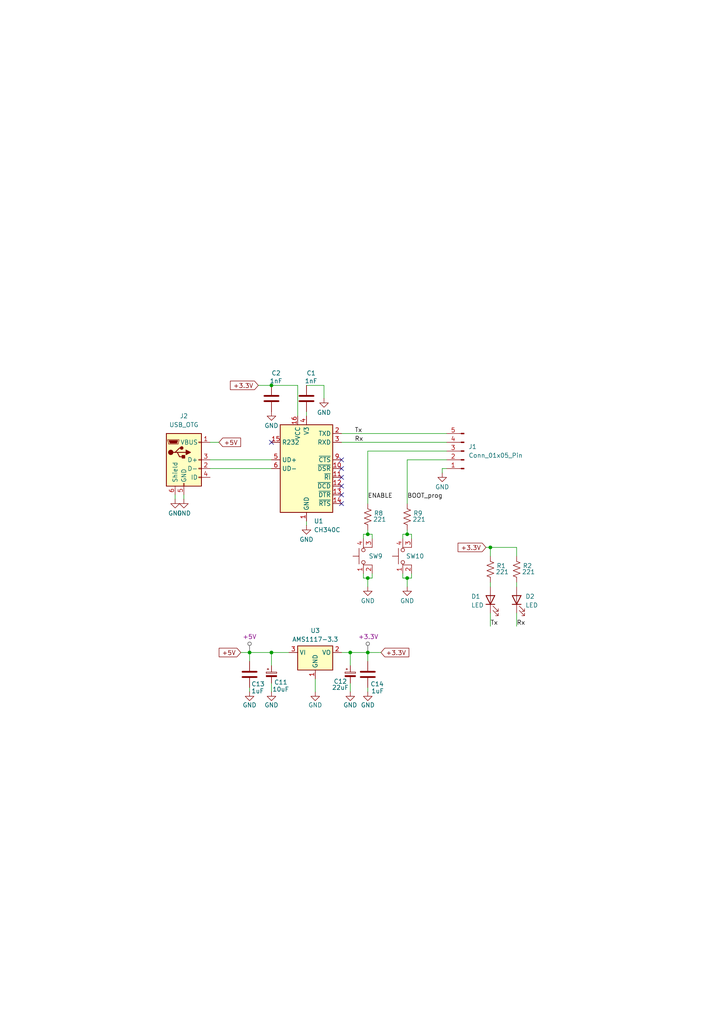
<source format=kicad_sch>
(kicad_sch
	(version 20250114)
	(generator "eeschema")
	(generator_version "9.0")
	(uuid "7edaf69d-5225-4050-96ab-630869ed1b15")
	(paper "A4" portrait)
	(title_block
		(title "Programador ESP32")
		(date "2025-07-27")
		(rev "LMC")
		(company "Grupo 5 - Variador de frecuencia LVDC")
		(comment 1 "(Resetear y poner en modo programación el microcontrolador)")
		(comment 2 "la carcaza para poder programar ")
		(comment 3 "Conectar un cable USB directo a la placa y que no sea necesario abrir completamente ")
	)
	(lib_symbols
		(symbol "Connector:Conn_01x05_Pin"
			(pin_names
				(offset 1.016)
				(hide yes)
			)
			(exclude_from_sim no)
			(in_bom yes)
			(on_board yes)
			(property "Reference" "J"
				(at 0 7.62 0)
				(effects
					(font
						(size 1.27 1.27)
					)
				)
			)
			(property "Value" "Conn_01x05_Pin"
				(at 0 -7.62 0)
				(effects
					(font
						(size 1.27 1.27)
					)
				)
			)
			(property "Footprint" ""
				(at 0 0 0)
				(effects
					(font
						(size 1.27 1.27)
					)
					(hide yes)
				)
			)
			(property "Datasheet" "~"
				(at 0 0 0)
				(effects
					(font
						(size 1.27 1.27)
					)
					(hide yes)
				)
			)
			(property "Description" "Generic connector, single row, 01x05, script generated"
				(at 0 0 0)
				(effects
					(font
						(size 1.27 1.27)
					)
					(hide yes)
				)
			)
			(property "ki_locked" ""
				(at 0 0 0)
				(effects
					(font
						(size 1.27 1.27)
					)
				)
			)
			(property "ki_keywords" "connector"
				(at 0 0 0)
				(effects
					(font
						(size 1.27 1.27)
					)
					(hide yes)
				)
			)
			(property "ki_fp_filters" "Connector*:*_1x??_*"
				(at 0 0 0)
				(effects
					(font
						(size 1.27 1.27)
					)
					(hide yes)
				)
			)
			(symbol "Conn_01x05_Pin_1_1"
				(rectangle
					(start 0.8636 5.207)
					(end 0 4.953)
					(stroke
						(width 0.1524)
						(type default)
					)
					(fill
						(type outline)
					)
				)
				(rectangle
					(start 0.8636 2.667)
					(end 0 2.413)
					(stroke
						(width 0.1524)
						(type default)
					)
					(fill
						(type outline)
					)
				)
				(rectangle
					(start 0.8636 0.127)
					(end 0 -0.127)
					(stroke
						(width 0.1524)
						(type default)
					)
					(fill
						(type outline)
					)
				)
				(rectangle
					(start 0.8636 -2.413)
					(end 0 -2.667)
					(stroke
						(width 0.1524)
						(type default)
					)
					(fill
						(type outline)
					)
				)
				(rectangle
					(start 0.8636 -4.953)
					(end 0 -5.207)
					(stroke
						(width 0.1524)
						(type default)
					)
					(fill
						(type outline)
					)
				)
				(polyline
					(pts
						(xy 1.27 5.08) (xy 0.8636 5.08)
					)
					(stroke
						(width 0.1524)
						(type default)
					)
					(fill
						(type none)
					)
				)
				(polyline
					(pts
						(xy 1.27 2.54) (xy 0.8636 2.54)
					)
					(stroke
						(width 0.1524)
						(type default)
					)
					(fill
						(type none)
					)
				)
				(polyline
					(pts
						(xy 1.27 0) (xy 0.8636 0)
					)
					(stroke
						(width 0.1524)
						(type default)
					)
					(fill
						(type none)
					)
				)
				(polyline
					(pts
						(xy 1.27 -2.54) (xy 0.8636 -2.54)
					)
					(stroke
						(width 0.1524)
						(type default)
					)
					(fill
						(type none)
					)
				)
				(polyline
					(pts
						(xy 1.27 -5.08) (xy 0.8636 -5.08)
					)
					(stroke
						(width 0.1524)
						(type default)
					)
					(fill
						(type none)
					)
				)
				(pin passive line
					(at 5.08 5.08 180)
					(length 3.81)
					(name "Pin_1"
						(effects
							(font
								(size 1.27 1.27)
							)
						)
					)
					(number "1"
						(effects
							(font
								(size 1.27 1.27)
							)
						)
					)
				)
				(pin passive line
					(at 5.08 2.54 180)
					(length 3.81)
					(name "Pin_2"
						(effects
							(font
								(size 1.27 1.27)
							)
						)
					)
					(number "2"
						(effects
							(font
								(size 1.27 1.27)
							)
						)
					)
				)
				(pin passive line
					(at 5.08 0 180)
					(length 3.81)
					(name "Pin_3"
						(effects
							(font
								(size 1.27 1.27)
							)
						)
					)
					(number "3"
						(effects
							(font
								(size 1.27 1.27)
							)
						)
					)
				)
				(pin passive line
					(at 5.08 -2.54 180)
					(length 3.81)
					(name "Pin_4"
						(effects
							(font
								(size 1.27 1.27)
							)
						)
					)
					(number "4"
						(effects
							(font
								(size 1.27 1.27)
							)
						)
					)
				)
				(pin passive line
					(at 5.08 -5.08 180)
					(length 3.81)
					(name "Pin_5"
						(effects
							(font
								(size 1.27 1.27)
							)
						)
					)
					(number "5"
						(effects
							(font
								(size 1.27 1.27)
							)
						)
					)
				)
			)
			(embedded_fonts no)
		)
		(symbol "Connector:USB_OTG"
			(pin_names
				(offset 1.016)
			)
			(exclude_from_sim no)
			(in_bom yes)
			(on_board yes)
			(property "Reference" "J"
				(at -5.08 11.43 0)
				(effects
					(font
						(size 1.27 1.27)
					)
					(justify left)
				)
			)
			(property "Value" "USB_OTG"
				(at -5.08 8.89 0)
				(effects
					(font
						(size 1.27 1.27)
					)
					(justify left)
				)
			)
			(property "Footprint" ""
				(at 3.81 -1.27 0)
				(effects
					(font
						(size 1.27 1.27)
					)
					(hide yes)
				)
			)
			(property "Datasheet" "~"
				(at 3.81 -1.27 0)
				(effects
					(font
						(size 1.27 1.27)
					)
					(hide yes)
				)
			)
			(property "Description" "USB mini/micro connector"
				(at 0 0 0)
				(effects
					(font
						(size 1.27 1.27)
					)
					(hide yes)
				)
			)
			(property "ki_keywords" "connector USB"
				(at 0 0 0)
				(effects
					(font
						(size 1.27 1.27)
					)
					(hide yes)
				)
			)
			(property "ki_fp_filters" "USB*"
				(at 0 0 0)
				(effects
					(font
						(size 1.27 1.27)
					)
					(hide yes)
				)
			)
			(symbol "USB_OTG_0_1"
				(rectangle
					(start -5.08 -7.62)
					(end 5.08 7.62)
					(stroke
						(width 0.254)
						(type default)
					)
					(fill
						(type background)
					)
				)
				(polyline
					(pts
						(xy -4.699 5.842) (xy -4.699 5.588) (xy -4.445 4.826) (xy -4.445 4.572) (xy -1.651 4.572) (xy -1.651 4.826)
						(xy -1.397 5.588) (xy -1.397 5.842) (xy -4.699 5.842)
					)
					(stroke
						(width 0)
						(type default)
					)
					(fill
						(type none)
					)
				)
				(polyline
					(pts
						(xy -4.318 5.588) (xy -1.778 5.588) (xy -2.032 4.826) (xy -4.064 4.826) (xy -4.318 5.588)
					)
					(stroke
						(width 0)
						(type default)
					)
					(fill
						(type outline)
					)
				)
				(circle
					(center -3.81 2.159)
					(radius 0.635)
					(stroke
						(width 0.254)
						(type default)
					)
					(fill
						(type outline)
					)
				)
				(polyline
					(pts
						(xy -3.175 2.159) (xy -2.54 2.159) (xy -1.27 3.429) (xy -0.635 3.429)
					)
					(stroke
						(width 0.254)
						(type default)
					)
					(fill
						(type none)
					)
				)
				(polyline
					(pts
						(xy -2.54 2.159) (xy -1.905 2.159) (xy -1.27 0.889) (xy 0 0.889)
					)
					(stroke
						(width 0.254)
						(type default)
					)
					(fill
						(type none)
					)
				)
				(polyline
					(pts
						(xy -1.905 2.159) (xy 0.635 2.159)
					)
					(stroke
						(width 0.254)
						(type default)
					)
					(fill
						(type none)
					)
				)
				(circle
					(center -0.635 3.429)
					(radius 0.381)
					(stroke
						(width 0.254)
						(type default)
					)
					(fill
						(type outline)
					)
				)
				(rectangle
					(start -0.127 -7.62)
					(end 0.127 -6.858)
					(stroke
						(width 0)
						(type default)
					)
					(fill
						(type none)
					)
				)
				(rectangle
					(start 0.254 1.27)
					(end -0.508 0.508)
					(stroke
						(width 0.254)
						(type default)
					)
					(fill
						(type outline)
					)
				)
				(polyline
					(pts
						(xy 0.635 2.794) (xy 0.635 1.524) (xy 1.905 2.159) (xy 0.635 2.794)
					)
					(stroke
						(width 0.254)
						(type default)
					)
					(fill
						(type outline)
					)
				)
				(rectangle
					(start 5.08 4.953)
					(end 4.318 5.207)
					(stroke
						(width 0)
						(type default)
					)
					(fill
						(type none)
					)
				)
				(rectangle
					(start 5.08 -0.127)
					(end 4.318 0.127)
					(stroke
						(width 0)
						(type default)
					)
					(fill
						(type none)
					)
				)
				(rectangle
					(start 5.08 -2.667)
					(end 4.318 -2.413)
					(stroke
						(width 0)
						(type default)
					)
					(fill
						(type none)
					)
				)
				(rectangle
					(start 5.08 -5.207)
					(end 4.318 -4.953)
					(stroke
						(width 0)
						(type default)
					)
					(fill
						(type none)
					)
				)
			)
			(symbol "USB_OTG_1_1"
				(pin passive line
					(at -2.54 -10.16 90)
					(length 2.54)
					(name "Shield"
						(effects
							(font
								(size 1.27 1.27)
							)
						)
					)
					(number "6"
						(effects
							(font
								(size 1.27 1.27)
							)
						)
					)
				)
				(pin passive line
					(at 0 -10.16 90)
					(length 2.54)
					(name "GND"
						(effects
							(font
								(size 1.27 1.27)
							)
						)
					)
					(number "5"
						(effects
							(font
								(size 1.27 1.27)
							)
						)
					)
				)
				(pin passive line
					(at 7.62 5.08 180)
					(length 2.54)
					(name "VBUS"
						(effects
							(font
								(size 1.27 1.27)
							)
						)
					)
					(number "1"
						(effects
							(font
								(size 1.27 1.27)
							)
						)
					)
				)
				(pin bidirectional line
					(at 7.62 0 180)
					(length 2.54)
					(name "D+"
						(effects
							(font
								(size 1.27 1.27)
							)
						)
					)
					(number "3"
						(effects
							(font
								(size 1.27 1.27)
							)
						)
					)
				)
				(pin bidirectional line
					(at 7.62 -2.54 180)
					(length 2.54)
					(name "D-"
						(effects
							(font
								(size 1.27 1.27)
							)
						)
					)
					(number "2"
						(effects
							(font
								(size 1.27 1.27)
							)
						)
					)
				)
				(pin passive line
					(at 7.62 -5.08 180)
					(length 2.54)
					(name "ID"
						(effects
							(font
								(size 1.27 1.27)
							)
						)
					)
					(number "4"
						(effects
							(font
								(size 1.27 1.27)
							)
						)
					)
				)
			)
			(embedded_fonts no)
		)
		(symbol "Device:C"
			(pin_numbers
				(hide yes)
			)
			(pin_names
				(offset 0.254)
			)
			(exclude_from_sim no)
			(in_bom yes)
			(on_board yes)
			(property "Reference" "C"
				(at 0.635 2.54 0)
				(effects
					(font
						(size 1.27 1.27)
					)
					(justify left)
				)
			)
			(property "Value" "C"
				(at 0.635 -2.54 0)
				(effects
					(font
						(size 1.27 1.27)
					)
					(justify left)
				)
			)
			(property "Footprint" ""
				(at 0.9652 -3.81 0)
				(effects
					(font
						(size 1.27 1.27)
					)
					(hide yes)
				)
			)
			(property "Datasheet" "~"
				(at 0 0 0)
				(effects
					(font
						(size 1.27 1.27)
					)
					(hide yes)
				)
			)
			(property "Description" "Unpolarized capacitor"
				(at 0 0 0)
				(effects
					(font
						(size 1.27 1.27)
					)
					(hide yes)
				)
			)
			(property "ki_keywords" "cap capacitor"
				(at 0 0 0)
				(effects
					(font
						(size 1.27 1.27)
					)
					(hide yes)
				)
			)
			(property "ki_fp_filters" "C_*"
				(at 0 0 0)
				(effects
					(font
						(size 1.27 1.27)
					)
					(hide yes)
				)
			)
			(symbol "C_0_1"
				(polyline
					(pts
						(xy -2.032 0.762) (xy 2.032 0.762)
					)
					(stroke
						(width 0.508)
						(type default)
					)
					(fill
						(type none)
					)
				)
				(polyline
					(pts
						(xy -2.032 -0.762) (xy 2.032 -0.762)
					)
					(stroke
						(width 0.508)
						(type default)
					)
					(fill
						(type none)
					)
				)
			)
			(symbol "C_1_1"
				(pin passive line
					(at 0 3.81 270)
					(length 2.794)
					(name "~"
						(effects
							(font
								(size 1.27 1.27)
							)
						)
					)
					(number "1"
						(effects
							(font
								(size 1.27 1.27)
							)
						)
					)
				)
				(pin passive line
					(at 0 -3.81 90)
					(length 2.794)
					(name "~"
						(effects
							(font
								(size 1.27 1.27)
							)
						)
					)
					(number "2"
						(effects
							(font
								(size 1.27 1.27)
							)
						)
					)
				)
			)
			(embedded_fonts no)
		)
		(symbol "Device:C_Polarized_Small"
			(pin_numbers
				(hide yes)
			)
			(pin_names
				(offset 0.254)
				(hide yes)
			)
			(exclude_from_sim no)
			(in_bom yes)
			(on_board yes)
			(property "Reference" "C"
				(at 0.254 1.778 0)
				(effects
					(font
						(size 1.27 1.27)
					)
					(justify left)
				)
			)
			(property "Value" "C_Polarized_Small"
				(at 0.254 -2.032 0)
				(effects
					(font
						(size 1.27 1.27)
					)
					(justify left)
				)
			)
			(property "Footprint" ""
				(at 0 0 0)
				(effects
					(font
						(size 1.27 1.27)
					)
					(hide yes)
				)
			)
			(property "Datasheet" "~"
				(at 0 0 0)
				(effects
					(font
						(size 1.27 1.27)
					)
					(hide yes)
				)
			)
			(property "Description" "Polarized capacitor, small symbol"
				(at 0 0 0)
				(effects
					(font
						(size 1.27 1.27)
					)
					(hide yes)
				)
			)
			(property "ki_keywords" "cap capacitor"
				(at 0 0 0)
				(effects
					(font
						(size 1.27 1.27)
					)
					(hide yes)
				)
			)
			(property "ki_fp_filters" "CP_*"
				(at 0 0 0)
				(effects
					(font
						(size 1.27 1.27)
					)
					(hide yes)
				)
			)
			(symbol "C_Polarized_Small_0_1"
				(rectangle
					(start -1.524 0.6858)
					(end 1.524 0.3048)
					(stroke
						(width 0)
						(type default)
					)
					(fill
						(type none)
					)
				)
				(rectangle
					(start -1.524 -0.3048)
					(end 1.524 -0.6858)
					(stroke
						(width 0)
						(type default)
					)
					(fill
						(type outline)
					)
				)
				(polyline
					(pts
						(xy -1.27 1.524) (xy -0.762 1.524)
					)
					(stroke
						(width 0)
						(type default)
					)
					(fill
						(type none)
					)
				)
				(polyline
					(pts
						(xy -1.016 1.27) (xy -1.016 1.778)
					)
					(stroke
						(width 0)
						(type default)
					)
					(fill
						(type none)
					)
				)
			)
			(symbol "C_Polarized_Small_1_1"
				(pin passive line
					(at 0 2.54 270)
					(length 1.8542)
					(name "~"
						(effects
							(font
								(size 1.27 1.27)
							)
						)
					)
					(number "1"
						(effects
							(font
								(size 1.27 1.27)
							)
						)
					)
				)
				(pin passive line
					(at 0 -2.54 90)
					(length 1.8542)
					(name "~"
						(effects
							(font
								(size 1.27 1.27)
							)
						)
					)
					(number "2"
						(effects
							(font
								(size 1.27 1.27)
							)
						)
					)
				)
			)
			(embedded_fonts no)
		)
		(symbol "Device:LED"
			(pin_numbers
				(hide yes)
			)
			(pin_names
				(offset 1.016)
				(hide yes)
			)
			(exclude_from_sim no)
			(in_bom yes)
			(on_board yes)
			(property "Reference" "D"
				(at 0 2.54 0)
				(effects
					(font
						(size 1.27 1.27)
					)
				)
			)
			(property "Value" "LED"
				(at 0 -2.54 0)
				(effects
					(font
						(size 1.27 1.27)
					)
				)
			)
			(property "Footprint" ""
				(at 0 0 0)
				(effects
					(font
						(size 1.27 1.27)
					)
					(hide yes)
				)
			)
			(property "Datasheet" "~"
				(at 0 0 0)
				(effects
					(font
						(size 1.27 1.27)
					)
					(hide yes)
				)
			)
			(property "Description" "Light emitting diode"
				(at 0 0 0)
				(effects
					(font
						(size 1.27 1.27)
					)
					(hide yes)
				)
			)
			(property "Sim.Pins" "1=K 2=A"
				(at 0 0 0)
				(effects
					(font
						(size 1.27 1.27)
					)
					(hide yes)
				)
			)
			(property "ki_keywords" "LED diode"
				(at 0 0 0)
				(effects
					(font
						(size 1.27 1.27)
					)
					(hide yes)
				)
			)
			(property "ki_fp_filters" "LED* LED_SMD:* LED_THT:*"
				(at 0 0 0)
				(effects
					(font
						(size 1.27 1.27)
					)
					(hide yes)
				)
			)
			(symbol "LED_0_1"
				(polyline
					(pts
						(xy -3.048 -0.762) (xy -4.572 -2.286) (xy -3.81 -2.286) (xy -4.572 -2.286) (xy -4.572 -1.524)
					)
					(stroke
						(width 0)
						(type default)
					)
					(fill
						(type none)
					)
				)
				(polyline
					(pts
						(xy -1.778 -0.762) (xy -3.302 -2.286) (xy -2.54 -2.286) (xy -3.302 -2.286) (xy -3.302 -1.524)
					)
					(stroke
						(width 0)
						(type default)
					)
					(fill
						(type none)
					)
				)
				(polyline
					(pts
						(xy -1.27 0) (xy 1.27 0)
					)
					(stroke
						(width 0)
						(type default)
					)
					(fill
						(type none)
					)
				)
				(polyline
					(pts
						(xy -1.27 -1.27) (xy -1.27 1.27)
					)
					(stroke
						(width 0.254)
						(type default)
					)
					(fill
						(type none)
					)
				)
				(polyline
					(pts
						(xy 1.27 -1.27) (xy 1.27 1.27) (xy -1.27 0) (xy 1.27 -1.27)
					)
					(stroke
						(width 0.254)
						(type default)
					)
					(fill
						(type none)
					)
				)
			)
			(symbol "LED_1_1"
				(pin passive line
					(at -3.81 0 0)
					(length 2.54)
					(name "K"
						(effects
							(font
								(size 1.27 1.27)
							)
						)
					)
					(number "1"
						(effects
							(font
								(size 1.27 1.27)
							)
						)
					)
				)
				(pin passive line
					(at 3.81 0 180)
					(length 2.54)
					(name "A"
						(effects
							(font
								(size 1.27 1.27)
							)
						)
					)
					(number "2"
						(effects
							(font
								(size 1.27 1.27)
							)
						)
					)
				)
			)
			(embedded_fonts no)
		)
		(symbol "Device:R_US"
			(pin_numbers
				(hide yes)
			)
			(pin_names
				(offset 0)
			)
			(exclude_from_sim no)
			(in_bom yes)
			(on_board yes)
			(property "Reference" "R"
				(at 2.54 0 90)
				(effects
					(font
						(size 1.27 1.27)
					)
				)
			)
			(property "Value" "R_US"
				(at -2.54 0 90)
				(effects
					(font
						(size 1.27 1.27)
					)
				)
			)
			(property "Footprint" ""
				(at 1.016 -0.254 90)
				(effects
					(font
						(size 1.27 1.27)
					)
					(hide yes)
				)
			)
			(property "Datasheet" "~"
				(at 0 0 0)
				(effects
					(font
						(size 1.27 1.27)
					)
					(hide yes)
				)
			)
			(property "Description" "Resistor, US symbol"
				(at 0 0 0)
				(effects
					(font
						(size 1.27 1.27)
					)
					(hide yes)
				)
			)
			(property "ki_keywords" "R res resistor"
				(at 0 0 0)
				(effects
					(font
						(size 1.27 1.27)
					)
					(hide yes)
				)
			)
			(property "ki_fp_filters" "R_*"
				(at 0 0 0)
				(effects
					(font
						(size 1.27 1.27)
					)
					(hide yes)
				)
			)
			(symbol "R_US_0_1"
				(polyline
					(pts
						(xy 0 2.286) (xy 0 2.54)
					)
					(stroke
						(width 0)
						(type default)
					)
					(fill
						(type none)
					)
				)
				(polyline
					(pts
						(xy 0 2.286) (xy 1.016 1.905) (xy 0 1.524) (xy -1.016 1.143) (xy 0 0.762)
					)
					(stroke
						(width 0)
						(type default)
					)
					(fill
						(type none)
					)
				)
				(polyline
					(pts
						(xy 0 0.762) (xy 1.016 0.381) (xy 0 0) (xy -1.016 -0.381) (xy 0 -0.762)
					)
					(stroke
						(width 0)
						(type default)
					)
					(fill
						(type none)
					)
				)
				(polyline
					(pts
						(xy 0 -0.762) (xy 1.016 -1.143) (xy 0 -1.524) (xy -1.016 -1.905) (xy 0 -2.286)
					)
					(stroke
						(width 0)
						(type default)
					)
					(fill
						(type none)
					)
				)
				(polyline
					(pts
						(xy 0 -2.286) (xy 0 -2.54)
					)
					(stroke
						(width 0)
						(type default)
					)
					(fill
						(type none)
					)
				)
			)
			(symbol "R_US_1_1"
				(pin passive line
					(at 0 3.81 270)
					(length 1.27)
					(name "~"
						(effects
							(font
								(size 1.27 1.27)
							)
						)
					)
					(number "1"
						(effects
							(font
								(size 1.27 1.27)
							)
						)
					)
				)
				(pin passive line
					(at 0 -3.81 90)
					(length 1.27)
					(name "~"
						(effects
							(font
								(size 1.27 1.27)
							)
						)
					)
					(number "2"
						(effects
							(font
								(size 1.27 1.27)
							)
						)
					)
				)
			)
			(embedded_fonts no)
		)
		(symbol "Interface_USB:CH340C"
			(exclude_from_sim no)
			(in_bom yes)
			(on_board yes)
			(property "Reference" "U"
				(at -5.08 13.97 0)
				(effects
					(font
						(size 1.27 1.27)
					)
					(justify right)
				)
			)
			(property "Value" "CH340C"
				(at 1.27 13.97 0)
				(effects
					(font
						(size 1.27 1.27)
					)
					(justify left)
				)
			)
			(property "Footprint" "Package_SO:SOIC-16_3.9x9.9mm_P1.27mm"
				(at -18.542 30.226 0)
				(effects
					(font
						(size 1.27 1.27)
					)
					(justify left)
					(hide yes)
				)
			)
			(property "Datasheet" "https://datasheet.lcsc.com/szlcsc/Jiangsu-Qin-Heng-CH340C_C84681.pdf"
				(at -6.604 33.274 0)
				(effects
					(font
						(size 1.27 1.27)
					)
					(hide yes)
				)
			)
			(property "Description" "USB serial converter, crystal-less, UART, SOIC-16"
				(at -1.524 36.068 0)
				(effects
					(font
						(size 1.27 1.27)
					)
					(hide yes)
				)
			)
			(property "ki_keywords" "USB UART Serial Converter Interface"
				(at 0 0 0)
				(effects
					(font
						(size 1.27 1.27)
					)
					(hide yes)
				)
			)
			(property "ki_fp_filters" "SOIC*3.9x9.9mm*P1.27mm*"
				(at 0 0 0)
				(effects
					(font
						(size 1.27 1.27)
					)
					(hide yes)
				)
			)
			(symbol "CH340C_0_1"
				(rectangle
					(start -7.62 12.7)
					(end 7.62 -12.7)
					(stroke
						(width 0.254)
						(type default)
					)
					(fill
						(type background)
					)
				)
			)
			(symbol "CH340C_1_1"
				(pin input line
					(at -10.16 7.62 0)
					(length 2.54)
					(name "R232"
						(effects
							(font
								(size 1.27 1.27)
							)
						)
					)
					(number "15"
						(effects
							(font
								(size 1.27 1.27)
							)
						)
					)
				)
				(pin bidirectional line
					(at -10.16 2.54 0)
					(length 2.54)
					(name "UD+"
						(effects
							(font
								(size 1.27 1.27)
							)
						)
					)
					(number "5"
						(effects
							(font
								(size 1.27 1.27)
							)
						)
					)
				)
				(pin bidirectional line
					(at -10.16 0 0)
					(length 2.54)
					(name "UD-"
						(effects
							(font
								(size 1.27 1.27)
							)
						)
					)
					(number "6"
						(effects
							(font
								(size 1.27 1.27)
							)
						)
					)
				)
				(pin no_connect line
					(at -7.62 -5.08 0)
					(length 2.54)
					(hide yes)
					(name "NC"
						(effects
							(font
								(size 1.27 1.27)
							)
						)
					)
					(number "7"
						(effects
							(font
								(size 1.27 1.27)
							)
						)
					)
				)
				(pin no_connect line
					(at -7.62 -7.62 0)
					(length 2.54)
					(hide yes)
					(name "NC"
						(effects
							(font
								(size 1.27 1.27)
							)
						)
					)
					(number "8"
						(effects
							(font
								(size 1.27 1.27)
							)
						)
					)
				)
				(pin power_in line
					(at -2.54 15.24 270)
					(length 2.54)
					(name "VCC"
						(effects
							(font
								(size 1.27 1.27)
							)
						)
					)
					(number "16"
						(effects
							(font
								(size 1.27 1.27)
							)
						)
					)
				)
				(pin power_out line
					(at 0 15.24 270)
					(length 2.54)
					(name "V3"
						(effects
							(font
								(size 1.27 1.27)
							)
						)
					)
					(number "4"
						(effects
							(font
								(size 1.27 1.27)
							)
						)
					)
				)
				(pin power_in line
					(at 0 -15.24 90)
					(length 2.54)
					(name "GND"
						(effects
							(font
								(size 1.27 1.27)
							)
						)
					)
					(number "1"
						(effects
							(font
								(size 1.27 1.27)
							)
						)
					)
				)
				(pin output line
					(at 10.16 10.16 180)
					(length 2.54)
					(name "TXD"
						(effects
							(font
								(size 1.27 1.27)
							)
						)
					)
					(number "2"
						(effects
							(font
								(size 1.27 1.27)
							)
						)
					)
				)
				(pin input line
					(at 10.16 7.62 180)
					(length 2.54)
					(name "RXD"
						(effects
							(font
								(size 1.27 1.27)
							)
						)
					)
					(number "3"
						(effects
							(font
								(size 1.27 1.27)
							)
						)
					)
				)
				(pin input line
					(at 10.16 2.54 180)
					(length 2.54)
					(name "~{CTS}"
						(effects
							(font
								(size 1.27 1.27)
							)
						)
					)
					(number "9"
						(effects
							(font
								(size 1.27 1.27)
							)
						)
					)
				)
				(pin input line
					(at 10.16 0 180)
					(length 2.54)
					(name "~{DSR}"
						(effects
							(font
								(size 1.27 1.27)
							)
						)
					)
					(number "10"
						(effects
							(font
								(size 1.27 1.27)
							)
						)
					)
				)
				(pin input line
					(at 10.16 -2.54 180)
					(length 2.54)
					(name "~{RI}"
						(effects
							(font
								(size 1.27 1.27)
							)
						)
					)
					(number "11"
						(effects
							(font
								(size 1.27 1.27)
							)
						)
					)
				)
				(pin input line
					(at 10.16 -5.08 180)
					(length 2.54)
					(name "~{DCD}"
						(effects
							(font
								(size 1.27 1.27)
							)
						)
					)
					(number "12"
						(effects
							(font
								(size 1.27 1.27)
							)
						)
					)
				)
				(pin output line
					(at 10.16 -7.62 180)
					(length 2.54)
					(name "~{DTR}"
						(effects
							(font
								(size 1.27 1.27)
							)
						)
					)
					(number "13"
						(effects
							(font
								(size 1.27 1.27)
							)
						)
					)
				)
				(pin output line
					(at 10.16 -10.16 180)
					(length 2.54)
					(name "~{RTS}"
						(effects
							(font
								(size 1.27 1.27)
							)
						)
					)
					(number "14"
						(effects
							(font
								(size 1.27 1.27)
							)
						)
					)
				)
			)
			(embedded_fonts no)
		)
		(symbol "Regulator_Linear:AMS1117-3.3"
			(exclude_from_sim no)
			(in_bom yes)
			(on_board yes)
			(property "Reference" "U"
				(at -3.81 3.175 0)
				(effects
					(font
						(size 1.27 1.27)
					)
				)
			)
			(property "Value" "AMS1117-3.3"
				(at 0 3.175 0)
				(effects
					(font
						(size 1.27 1.27)
					)
					(justify left)
				)
			)
			(property "Footprint" "Package_TO_SOT_SMD:SOT-223-3_TabPin2"
				(at 0 5.08 0)
				(effects
					(font
						(size 1.27 1.27)
					)
					(hide yes)
				)
			)
			(property "Datasheet" "http://www.advanced-monolithic.com/pdf/ds1117.pdf"
				(at 2.54 -6.35 0)
				(effects
					(font
						(size 1.27 1.27)
					)
					(hide yes)
				)
			)
			(property "Description" "1A Low Dropout regulator, positive, 3.3V fixed output, SOT-223"
				(at 0 0 0)
				(effects
					(font
						(size 1.27 1.27)
					)
					(hide yes)
				)
			)
			(property "ki_keywords" "linear regulator ldo fixed positive"
				(at 0 0 0)
				(effects
					(font
						(size 1.27 1.27)
					)
					(hide yes)
				)
			)
			(property "ki_fp_filters" "SOT?223*TabPin2*"
				(at 0 0 0)
				(effects
					(font
						(size 1.27 1.27)
					)
					(hide yes)
				)
			)
			(symbol "AMS1117-3.3_0_1"
				(rectangle
					(start -5.08 -5.08)
					(end 5.08 1.905)
					(stroke
						(width 0.254)
						(type default)
					)
					(fill
						(type background)
					)
				)
			)
			(symbol "AMS1117-3.3_1_1"
				(pin power_in line
					(at -7.62 0 0)
					(length 2.54)
					(name "VI"
						(effects
							(font
								(size 1.27 1.27)
							)
						)
					)
					(number "3"
						(effects
							(font
								(size 1.27 1.27)
							)
						)
					)
				)
				(pin power_in line
					(at 0 -7.62 90)
					(length 2.54)
					(name "GND"
						(effects
							(font
								(size 1.27 1.27)
							)
						)
					)
					(number "1"
						(effects
							(font
								(size 1.27 1.27)
							)
						)
					)
				)
				(pin power_out line
					(at 7.62 0 180)
					(length 2.54)
					(name "VO"
						(effects
							(font
								(size 1.27 1.27)
							)
						)
					)
					(number "2"
						(effects
							(font
								(size 1.27 1.27)
							)
						)
					)
				)
			)
			(embedded_fonts no)
		)
		(symbol "Switch:SW_MEC_5E"
			(pin_names
				(offset 1.016)
				(hide yes)
			)
			(exclude_from_sim no)
			(in_bom yes)
			(on_board yes)
			(property "Reference" "SW"
				(at 0.635 5.715 0)
				(effects
					(font
						(size 1.27 1.27)
					)
					(justify left)
				)
			)
			(property "Value" "SW_MEC_5E"
				(at 0 -3.175 0)
				(effects
					(font
						(size 1.27 1.27)
					)
				)
			)
			(property "Footprint" ""
				(at 0 7.62 0)
				(effects
					(font
						(size 1.27 1.27)
					)
					(hide yes)
				)
			)
			(property "Datasheet" "http://www.apem.com/int/index.php?controller=attachment&id_attachment=1371"
				(at 0 7.62 0)
				(effects
					(font
						(size 1.27 1.27)
					)
					(hide yes)
				)
			)
			(property "Description" "MEC 5E single pole normally-open tactile switch"
				(at 0 0 0)
				(effects
					(font
						(size 1.27 1.27)
					)
					(hide yes)
				)
			)
			(property "ki_keywords" "switch normally-open pushbutton push-button"
				(at 0 0 0)
				(effects
					(font
						(size 1.27 1.27)
					)
					(hide yes)
				)
			)
			(property "ki_fp_filters" "SW*MEC*5G*"
				(at 0 0 0)
				(effects
					(font
						(size 1.27 1.27)
					)
					(hide yes)
				)
			)
			(symbol "SW_MEC_5E_0_1"
				(polyline
					(pts
						(xy -2.54 0) (xy -2.54 2.54) (xy -2.286 2.54)
					)
					(stroke
						(width 0)
						(type default)
					)
					(fill
						(type none)
					)
				)
				(polyline
					(pts
						(xy -2.286 3.81) (xy 2.286 3.81)
					)
					(stroke
						(width 0)
						(type default)
					)
					(fill
						(type none)
					)
				)
				(circle
					(center -1.778 2.54)
					(radius 0.508)
					(stroke
						(width 0)
						(type default)
					)
					(fill
						(type none)
					)
				)
				(polyline
					(pts
						(xy 0 3.81) (xy 0 5.588)
					)
					(stroke
						(width 0)
						(type default)
					)
					(fill
						(type none)
					)
				)
				(circle
					(center 1.778 2.54)
					(radius 0.508)
					(stroke
						(width 0)
						(type default)
					)
					(fill
						(type none)
					)
				)
				(polyline
					(pts
						(xy 2.54 0) (xy 2.54 2.54) (xy 2.286 2.54)
					)
					(stroke
						(width 0)
						(type default)
					)
					(fill
						(type none)
					)
				)
				(pin passive line
					(at -5.08 2.54 0)
					(length 2.54)
					(name "1"
						(effects
							(font
								(size 1.27 1.27)
							)
						)
					)
					(number "1"
						(effects
							(font
								(size 1.27 1.27)
							)
						)
					)
				)
				(pin passive line
					(at -5.08 0 0)
					(length 2.54)
					(name "2"
						(effects
							(font
								(size 1.27 1.27)
							)
						)
					)
					(number "2"
						(effects
							(font
								(size 1.27 1.27)
							)
						)
					)
				)
				(pin passive line
					(at 5.08 2.54 180)
					(length 2.54)
					(name "A"
						(effects
							(font
								(size 1.27 1.27)
							)
						)
					)
					(number "4"
						(effects
							(font
								(size 1.27 1.27)
							)
						)
					)
				)
				(pin passive line
					(at 5.08 0 180)
					(length 2.54)
					(name "K"
						(effects
							(font
								(size 1.27 1.27)
							)
						)
					)
					(number "3"
						(effects
							(font
								(size 1.27 1.27)
							)
						)
					)
				)
			)
			(embedded_fonts no)
		)
		(symbol "power:GND"
			(power)
			(pin_numbers
				(hide yes)
			)
			(pin_names
				(offset 0)
				(hide yes)
			)
			(exclude_from_sim no)
			(in_bom yes)
			(on_board yes)
			(property "Reference" "#PWR"
				(at 0 -6.35 0)
				(effects
					(font
						(size 1.27 1.27)
					)
					(hide yes)
				)
			)
			(property "Value" "GND"
				(at 0 -3.81 0)
				(effects
					(font
						(size 1.27 1.27)
					)
				)
			)
			(property "Footprint" ""
				(at 0 0 0)
				(effects
					(font
						(size 1.27 1.27)
					)
					(hide yes)
				)
			)
			(property "Datasheet" ""
				(at 0 0 0)
				(effects
					(font
						(size 1.27 1.27)
					)
					(hide yes)
				)
			)
			(property "Description" "Power symbol creates a global label with name \"GND\" , ground"
				(at 0 0 0)
				(effects
					(font
						(size 1.27 1.27)
					)
					(hide yes)
				)
			)
			(property "ki_keywords" "global power"
				(at 0 0 0)
				(effects
					(font
						(size 1.27 1.27)
					)
					(hide yes)
				)
			)
			(symbol "GND_0_1"
				(polyline
					(pts
						(xy 0 0) (xy 0 -1.27) (xy 1.27 -1.27) (xy 0 -2.54) (xy -1.27 -1.27) (xy 0 -1.27)
					)
					(stroke
						(width 0)
						(type default)
					)
					(fill
						(type none)
					)
				)
			)
			(symbol "GND_1_1"
				(pin power_in line
					(at 0 0 270)
					(length 0)
					(name "~"
						(effects
							(font
								(size 1.27 1.27)
							)
						)
					)
					(number "1"
						(effects
							(font
								(size 1.27 1.27)
							)
						)
					)
				)
			)
			(embedded_fonts no)
		)
	)
	(junction
		(at 72.39 189.23)
		(diameter 0)
		(color 0 0 0 0)
		(uuid "119b58dc-aa4f-4e8c-b308-d52899383dde")
	)
	(junction
		(at 106.68 167.64)
		(diameter 0)
		(color 0 0 0 0)
		(uuid "249c2642-e566-4e81-a37f-75e8a735f712")
	)
	(junction
		(at 106.68 189.23)
		(diameter 0)
		(color 0 0 0 0)
		(uuid "2b085e36-8f84-4e1e-a299-4fd760d0df97")
	)
	(junction
		(at 118.11 167.64)
		(diameter 0)
		(color 0 0 0 0)
		(uuid "5da23e81-c440-49a2-953c-6d4497a4e0fd")
	)
	(junction
		(at 142.24 158.75)
		(diameter 0)
		(color 0 0 0 0)
		(uuid "77f315c1-df10-486b-bd70-9ba1b73b5582")
	)
	(junction
		(at 118.11 154.94)
		(diameter 0)
		(color 0 0 0 0)
		(uuid "93097651-4dee-4068-856a-8fa8c45d0c71")
	)
	(junction
		(at 78.74 189.23)
		(diameter 0)
		(color 0 0 0 0)
		(uuid "a588ce02-4987-4f31-aca1-3af802d6bb22")
	)
	(junction
		(at 78.74 111.76)
		(diameter 0)
		(color 0 0 0 0)
		(uuid "bd552ce7-d2ab-44f4-88ed-545e311a358c")
	)
	(junction
		(at 101.6 189.23)
		(diameter 0)
		(color 0 0 0 0)
		(uuid "e2873c2d-68b2-4a36-b022-284b40f440b2")
	)
	(junction
		(at 106.68 154.94)
		(diameter 0)
		(color 0 0 0 0)
		(uuid "f93f11c4-d9ff-4723-9043-961ebcd39d93")
	)
	(no_connect
		(at 99.06 133.35)
		(uuid "0c3b48bb-a1e3-487b-91de-f608b28abf82")
	)
	(no_connect
		(at 99.06 135.89)
		(uuid "10e177e4-0a1a-47c4-abd9-abe6c1724b28")
	)
	(no_connect
		(at 99.06 138.43)
		(uuid "1d78c8b1-45dd-4850-9972-ff044c12dc96")
	)
	(no_connect
		(at 99.06 146.05)
		(uuid "5548b2a7-bb07-4648-b75b-e42f338505eb")
	)
	(no_connect
		(at 78.74 128.27)
		(uuid "76783cff-ed5d-4f55-a530-05ba9992a1b2")
	)
	(no_connect
		(at 99.06 140.97)
		(uuid "89c16d8a-8e2e-4e36-bf09-26e51b7ef254")
	)
	(no_connect
		(at 99.06 143.51)
		(uuid "abadda3d-b157-4778-8100-b0de813e9df0")
	)
	(wire
		(pts
			(xy 93.98 111.76) (xy 93.98 115.57)
		)
		(stroke
			(width 0)
			(type default)
		)
		(uuid "00069f3e-8335-4924-8781-cb6e8dc6902b")
	)
	(wire
		(pts
			(xy 128.27 135.89) (xy 129.54 135.89)
		)
		(stroke
			(width 0)
			(type default)
		)
		(uuid "01789d39-0b2b-4c79-a04b-5e0ff9ab3aa8")
	)
	(wire
		(pts
			(xy 142.24 158.75) (xy 149.86 158.75)
		)
		(stroke
			(width 0)
			(type default)
		)
		(uuid "06c934f4-3d9c-4821-b9c4-152346c2e00c")
	)
	(wire
		(pts
			(xy 119.38 167.64) (xy 119.38 166.37)
		)
		(stroke
			(width 0)
			(type default)
		)
		(uuid "12b1c5eb-55db-41cf-8cd0-0047a33fe4c0")
	)
	(wire
		(pts
			(xy 106.68 167.64) (xy 106.68 170.18)
		)
		(stroke
			(width 0)
			(type default)
		)
		(uuid "12faa218-377e-4634-a471-1f0684cc9dd8")
	)
	(wire
		(pts
			(xy 91.44 196.85) (xy 91.44 200.66)
		)
		(stroke
			(width 0)
			(type default)
		)
		(uuid "13865eaf-ea0c-4dd3-a965-476dee16cf4e")
	)
	(wire
		(pts
			(xy 88.9 151.13) (xy 88.9 152.4)
		)
		(stroke
			(width 0)
			(type default)
		)
		(uuid "14266d28-b181-44e3-847a-b38c96aeffc7")
	)
	(wire
		(pts
			(xy 140.97 158.75) (xy 142.24 158.75)
		)
		(stroke
			(width 0)
			(type default)
		)
		(uuid "18e2e109-a59c-4e10-bc64-d5762e9e6309")
	)
	(wire
		(pts
			(xy 78.74 198.12) (xy 78.74 200.66)
		)
		(stroke
			(width 0)
			(type default)
		)
		(uuid "2b8278ac-be65-4f5b-b277-1a2c95b47374")
	)
	(wire
		(pts
			(xy 101.6 193.04) (xy 101.6 189.23)
		)
		(stroke
			(width 0)
			(type default)
		)
		(uuid "2e4a7bf9-0983-4d66-b9fb-e53f79d6799f")
	)
	(wire
		(pts
			(xy 101.6 189.23) (xy 106.68 189.23)
		)
		(stroke
			(width 0)
			(type default)
		)
		(uuid "310fa946-3a3c-4a91-ba4e-7d128251ddbe")
	)
	(wire
		(pts
			(xy 142.24 168.91) (xy 142.24 170.18)
		)
		(stroke
			(width 0)
			(type default)
		)
		(uuid "3c27a9a7-88cf-4110-b4fa-d0eead3d9344")
	)
	(wire
		(pts
			(xy 101.6 198.12) (xy 101.6 200.66)
		)
		(stroke
			(width 0)
			(type default)
		)
		(uuid "40dd2f36-c6c8-41f4-acd0-fbc394142dcb")
	)
	(wire
		(pts
			(xy 106.68 154.94) (xy 107.95 154.94)
		)
		(stroke
			(width 0)
			(type default)
		)
		(uuid "4171f013-82ff-4196-b391-c78d60e190cf")
	)
	(wire
		(pts
			(xy 128.27 137.16) (xy 128.27 135.89)
		)
		(stroke
			(width 0)
			(type default)
		)
		(uuid "4c4b73fa-61e3-4d51-a88c-d78cabae8fcd")
	)
	(wire
		(pts
			(xy 107.95 167.64) (xy 107.95 166.37)
		)
		(stroke
			(width 0)
			(type default)
		)
		(uuid "4e25485b-4fc9-4698-90e6-327c1441b541")
	)
	(wire
		(pts
			(xy 86.36 111.76) (xy 86.36 120.65)
		)
		(stroke
			(width 0)
			(type default)
		)
		(uuid "51aa6bd6-0d8d-4e0d-892d-6ef18d528632")
	)
	(wire
		(pts
			(xy 149.86 177.8) (xy 149.86 181.61)
		)
		(stroke
			(width 0)
			(type default)
		)
		(uuid "539f1f54-9efc-4295-a351-3d8eb9ed7578")
	)
	(wire
		(pts
			(xy 99.06 128.27) (xy 129.54 128.27)
		)
		(stroke
			(width 0)
			(type default)
		)
		(uuid "58ffcb08-bd8d-4645-acda-767550a2f99d")
	)
	(wire
		(pts
			(xy 105.41 154.94) (xy 105.41 156.21)
		)
		(stroke
			(width 0)
			(type default)
		)
		(uuid "59042b8b-14fb-4c5b-bf2a-915dfd8fae36")
	)
	(wire
		(pts
			(xy 69.85 189.23) (xy 72.39 189.23)
		)
		(stroke
			(width 0)
			(type default)
		)
		(uuid "5a8e66ce-765c-4bb5-a473-e3cbf2e77ea2")
	)
	(wire
		(pts
			(xy 99.06 125.73) (xy 129.54 125.73)
		)
		(stroke
			(width 0)
			(type default)
		)
		(uuid "638eaf3a-1945-4225-b5ea-d61b8a5d3e53")
	)
	(wire
		(pts
			(xy 118.11 153.67) (xy 118.11 154.94)
		)
		(stroke
			(width 0)
			(type default)
		)
		(uuid "65d584c1-0c12-4fd8-b8d1-8caca8898dfa")
	)
	(wire
		(pts
			(xy 60.96 133.35) (xy 78.74 133.35)
		)
		(stroke
			(width 0)
			(type default)
		)
		(uuid "66ce930c-eb3f-4152-bbf3-1bfe8a3011ed")
	)
	(wire
		(pts
			(xy 74.93 111.76) (xy 78.74 111.76)
		)
		(stroke
			(width 0)
			(type default)
		)
		(uuid "6795d34e-f02b-4b14-a953-bfc274fa8f0a")
	)
	(wire
		(pts
			(xy 142.24 177.8) (xy 142.24 181.61)
		)
		(stroke
			(width 0)
			(type default)
		)
		(uuid "6b9ff45a-78f9-4735-8767-a8c89ddb7eb8")
	)
	(wire
		(pts
			(xy 119.38 156.21) (xy 119.38 154.94)
		)
		(stroke
			(width 0)
			(type default)
		)
		(uuid "6ee48536-c1a7-42e2-a574-af5cc0c9cffc")
	)
	(wire
		(pts
			(xy 106.68 189.23) (xy 110.49 189.23)
		)
		(stroke
			(width 0)
			(type default)
		)
		(uuid "6f4598a7-f99a-43dd-a96a-1821a53cbe26")
	)
	(wire
		(pts
			(xy 106.68 153.67) (xy 106.68 154.94)
		)
		(stroke
			(width 0)
			(type default)
		)
		(uuid "7477aa73-f545-47c3-9631-9935d4f7a0af")
	)
	(wire
		(pts
			(xy 118.11 167.64) (xy 118.11 170.18)
		)
		(stroke
			(width 0)
			(type default)
		)
		(uuid "787575d3-c4f7-4bb7-bf66-a3908069ebb8")
	)
	(wire
		(pts
			(xy 99.06 189.23) (xy 101.6 189.23)
		)
		(stroke
			(width 0)
			(type default)
		)
		(uuid "7dfafde8-a121-4e06-863a-4f60f8d2a91f")
	)
	(wire
		(pts
			(xy 116.84 154.94) (xy 118.11 154.94)
		)
		(stroke
			(width 0)
			(type default)
		)
		(uuid "7ec62b8c-a05f-4f0c-84a0-b2c11001550e")
	)
	(wire
		(pts
			(xy 105.41 154.94) (xy 106.68 154.94)
		)
		(stroke
			(width 0)
			(type default)
		)
		(uuid "7f77f584-803d-4c39-9adc-b20829c3cce3")
	)
	(wire
		(pts
			(xy 78.74 189.23) (xy 83.82 189.23)
		)
		(stroke
			(width 0)
			(type default)
		)
		(uuid "82279e80-ccab-4619-8af5-79eccb72c8c9")
	)
	(wire
		(pts
			(xy 116.84 167.64) (xy 116.84 166.37)
		)
		(stroke
			(width 0)
			(type default)
		)
		(uuid "85d292ee-7191-44bb-9f6f-59a0cea9e6b0")
	)
	(wire
		(pts
			(xy 88.9 119.38) (xy 88.9 120.65)
		)
		(stroke
			(width 0)
			(type default)
		)
		(uuid "8ca6b282-c55c-4b40-b929-15f364684d60")
	)
	(wire
		(pts
			(xy 118.11 133.35) (xy 118.11 146.05)
		)
		(stroke
			(width 0)
			(type default)
		)
		(uuid "8defc862-1d3f-4398-9557-958729593f7e")
	)
	(wire
		(pts
			(xy 53.34 143.51) (xy 53.34 144.78)
		)
		(stroke
			(width 0)
			(type default)
		)
		(uuid "97bba2a6-05ec-4f73-b248-c6709ddbfc94")
	)
	(wire
		(pts
			(xy 72.39 199.39) (xy 72.39 200.66)
		)
		(stroke
			(width 0)
			(type default)
		)
		(uuid "9ecc17d2-ef22-4b0e-875b-05ac74092c1c")
	)
	(wire
		(pts
			(xy 142.24 158.75) (xy 142.24 161.29)
		)
		(stroke
			(width 0)
			(type default)
		)
		(uuid "a3d4590a-c5d4-492c-a099-3a9d169cde88")
	)
	(wire
		(pts
			(xy 118.11 133.35) (xy 129.54 133.35)
		)
		(stroke
			(width 0)
			(type default)
		)
		(uuid "a412f515-86cf-4b6a-a22c-456fc74f2330")
	)
	(wire
		(pts
			(xy 106.68 130.81) (xy 106.68 146.05)
		)
		(stroke
			(width 0)
			(type default)
		)
		(uuid "a46374f4-6504-43de-82aa-d01f3709d261")
	)
	(wire
		(pts
			(xy 106.68 199.39) (xy 106.68 200.66)
		)
		(stroke
			(width 0)
			(type default)
		)
		(uuid "a5ad7ebb-d82a-4bd0-87e8-da779d3d2e2b")
	)
	(wire
		(pts
			(xy 118.11 154.94) (xy 119.38 154.94)
		)
		(stroke
			(width 0)
			(type default)
		)
		(uuid "a8a1cbf3-079a-478e-82cd-ad4e34b56a6c")
	)
	(wire
		(pts
			(xy 72.39 189.23) (xy 78.74 189.23)
		)
		(stroke
			(width 0)
			(type default)
		)
		(uuid "ac2d9d4b-7780-46c4-bcd8-796a9bc6b31d")
	)
	(wire
		(pts
			(xy 107.95 156.21) (xy 107.95 154.94)
		)
		(stroke
			(width 0)
			(type default)
		)
		(uuid "b31437c8-6e01-40c8-9d7e-52a051a809a5")
	)
	(wire
		(pts
			(xy 72.39 189.23) (xy 72.39 191.77)
		)
		(stroke
			(width 0)
			(type default)
		)
		(uuid "b526ac39-0738-4a7f-ab2e-9b93588e39ca")
	)
	(wire
		(pts
			(xy 78.74 189.23) (xy 78.74 193.04)
		)
		(stroke
			(width 0)
			(type default)
		)
		(uuid "b6be5ca4-6197-4940-9dbb-4ac1d4332579")
	)
	(wire
		(pts
			(xy 116.84 167.64) (xy 118.11 167.64)
		)
		(stroke
			(width 0)
			(type default)
		)
		(uuid "b7a21374-f1a9-46b1-a6f0-7238ca9a2a41")
	)
	(wire
		(pts
			(xy 106.68 191.77) (xy 106.68 189.23)
		)
		(stroke
			(width 0)
			(type default)
		)
		(uuid "bba2cbca-55ec-49ba-8e5c-0a0991c7c84a")
	)
	(wire
		(pts
			(xy 106.68 130.81) (xy 129.54 130.81)
		)
		(stroke
			(width 0)
			(type default)
		)
		(uuid "bc6bdd45-1dc2-4249-8283-e3396c60c7ab")
	)
	(wire
		(pts
			(xy 116.84 154.94) (xy 116.84 156.21)
		)
		(stroke
			(width 0)
			(type default)
		)
		(uuid "bcfd3c7f-48f6-46cf-be1b-26f3a482c9c6")
	)
	(wire
		(pts
			(xy 60.96 135.89) (xy 78.74 135.89)
		)
		(stroke
			(width 0)
			(type default)
		)
		(uuid "c3a30d5b-446d-421b-9261-73f6f1682e71")
	)
	(wire
		(pts
			(xy 149.86 168.91) (xy 149.86 170.18)
		)
		(stroke
			(width 0)
			(type default)
		)
		(uuid "c75e9a4b-551f-4da8-b46a-14c17450ce94")
	)
	(wire
		(pts
			(xy 105.41 167.64) (xy 106.68 167.64)
		)
		(stroke
			(width 0)
			(type default)
		)
		(uuid "c78a5673-b114-4f00-bc35-daaba44ae64a")
	)
	(wire
		(pts
			(xy 118.11 167.64) (xy 119.38 167.64)
		)
		(stroke
			(width 0)
			(type default)
		)
		(uuid "c9a46eec-49a4-4a08-9776-5ed66fcd58d5")
	)
	(wire
		(pts
			(xy 60.96 128.27) (xy 63.5 128.27)
		)
		(stroke
			(width 0)
			(type default)
		)
		(uuid "d3d96daf-3d0b-4044-9794-8064d21c68ac")
	)
	(wire
		(pts
			(xy 105.41 167.64) (xy 105.41 166.37)
		)
		(stroke
			(width 0)
			(type default)
		)
		(uuid "d800ea4f-afad-42c8-818b-78193a5e7fa6")
	)
	(wire
		(pts
			(xy 106.68 167.64) (xy 107.95 167.64)
		)
		(stroke
			(width 0)
			(type default)
		)
		(uuid "db393205-533e-4ac0-b0c4-2e8c45ddd0cb")
	)
	(wire
		(pts
			(xy 50.8 143.51) (xy 50.8 144.78)
		)
		(stroke
			(width 0)
			(type default)
		)
		(uuid "e1ec31f8-a044-44e6-b989-48f884df00df")
	)
	(wire
		(pts
			(xy 88.9 111.76) (xy 93.98 111.76)
		)
		(stroke
			(width 0)
			(type default)
		)
		(uuid "ec54b56b-00e9-4854-9a78-2462c4747077")
	)
	(wire
		(pts
			(xy 78.74 111.76) (xy 86.36 111.76)
		)
		(stroke
			(width 0)
			(type default)
		)
		(uuid "eca8b351-92dd-4273-9624-9a81c8f17fa0")
	)
	(wire
		(pts
			(xy 149.86 158.75) (xy 149.86 161.29)
		)
		(stroke
			(width 0)
			(type default)
		)
		(uuid "fdf63393-b41e-4340-9c02-b3da15291a9f")
	)
	(label "Tx"
		(at 142.24 181.61 0)
		(effects
			(font
				(size 1.27 1.27)
			)
			(justify left bottom)
		)
		(uuid "3a5ca571-14be-449d-9d89-3f56a9bceadc")
	)
	(label "Tx"
		(at 102.87 125.73 0)
		(effects
			(font
				(size 1.27 1.27)
			)
			(justify left bottom)
		)
		(uuid "b1f170c6-dabe-4503-b8ca-1712ebc8d7c5")
	)
	(label "Rx"
		(at 102.87 128.27 0)
		(effects
			(font
				(size 1.27 1.27)
			)
			(justify left bottom)
		)
		(uuid "cb311334-984b-4fbb-9464-51fe4d38c5cf")
	)
	(label "ENABLE"
		(at 106.68 144.78 0)
		(effects
			(font
				(size 1.27 1.27)
			)
			(justify left bottom)
		)
		(uuid "cc702c61-5fb9-4c6f-95bb-ca2db8b8f54e")
	)
	(label "BOOT_prog"
		(at 118.11 144.78 0)
		(effects
			(font
				(size 1.27 1.27)
			)
			(justify left bottom)
		)
		(uuid "ce7850bc-02b1-490b-aaf2-37a01d7a525b")
	)
	(label "Rx"
		(at 149.86 181.61 0)
		(effects
			(font
				(size 1.27 1.27)
			)
			(justify left bottom)
		)
		(uuid "f1fd2206-3c28-4d45-a5f8-2f6e4367e948")
	)
	(global_label "+3.3V"
		(shape input)
		(at 140.97 158.75 180)
		(fields_autoplaced yes)
		(effects
			(font
				(size 1.27 1.27)
			)
			(justify right)
		)
		(uuid "1571e539-e7bd-4be2-94ab-b20a6898c621")
		(property "Intersheetrefs" "${INTERSHEET_REFS}"
			(at 132.3 158.75 0)
			(effects
				(font
					(size 1.27 1.27)
				)
				(justify right)
				(hide yes)
			)
		)
	)
	(global_label "+5V"
		(shape input)
		(at 63.5 128.27 0)
		(fields_autoplaced yes)
		(effects
			(font
				(size 1.27 1.27)
			)
			(justify left)
		)
		(uuid "326a19bd-84c3-4b70-9685-0ce63f8a2620")
		(property "Intersheetrefs" "${INTERSHEET_REFS}"
			(at 70.3557 128.27 0)
			(effects
				(font
					(size 1.27 1.27)
				)
				(justify left)
				(hide yes)
			)
		)
	)
	(global_label "+3.3V"
		(shape input)
		(at 74.93 111.76 180)
		(fields_autoplaced yes)
		(effects
			(font
				(size 1.27 1.27)
			)
			(justify right)
		)
		(uuid "76e39374-06aa-49dd-8a96-b2f1d473a847")
		(property "Intersheetrefs" "${INTERSHEET_REFS}"
			(at 66.26 111.76 0)
			(effects
				(font
					(size 1.27 1.27)
				)
				(justify right)
				(hide yes)
			)
		)
	)
	(global_label "+5V"
		(shape input)
		(at 69.85 189.23 180)
		(fields_autoplaced yes)
		(effects
			(font
				(size 1.27 1.27)
			)
			(justify right)
		)
		(uuid "d25c4837-9af7-4c8a-bc04-8a54ef57ac24")
		(property "Intersheetrefs" "${INTERSHEET_REFS}"
			(at 62.9943 189.23 0)
			(effects
				(font
					(size 1.27 1.27)
				)
				(justify right)
				(hide yes)
			)
		)
	)
	(global_label "+3.3V"
		(shape input)
		(at 110.49 189.23 0)
		(fields_autoplaced yes)
		(effects
			(font
				(size 1.27 1.27)
			)
			(justify left)
		)
		(uuid "fb0558aa-3edd-4d98-8409-acf752716587")
		(property "Intersheetrefs" "${INTERSHEET_REFS}"
			(at 119.16 189.23 0)
			(effects
				(font
					(size 1.27 1.27)
				)
				(justify left)
				(hide yes)
			)
		)
	)
	(netclass_flag ""
		(length 2.54)
		(shape round)
		(at 106.68 189.23 0)
		(effects
			(font
				(size 1.27 1.27)
			)
			(justify left bottom)
		)
		(uuid "8a106d8f-3d91-46a9-9d1c-818da4b9f048")
		(property "Netclass" "+3.3V"
			(at 103.886 184.658 0)
			(effects
				(font
					(size 1.27 1.27)
				)
				(justify left)
			)
		)
		(property "Component Class" ""
			(at -189.23 121.92 0)
			(effects
				(font
					(size 1.27 1.27)
					(italic yes)
				)
			)
		)
	)
	(netclass_flag ""
		(length 2.54)
		(shape round)
		(at 72.39 189.23 0)
		(effects
			(font
				(size 1.27 1.27)
			)
			(justify left bottom)
		)
		(uuid "a9bc0543-6550-41b4-b800-5d8079151a9b")
		(property "Netclass" "+5V"
			(at 70.358 184.658 0)
			(effects
				(font
					(size 1.27 1.27)
				)
				(justify left)
			)
		)
		(property "Component Class" ""
			(at -223.52 121.92 0)
			(effects
				(font
					(size 1.27 1.27)
					(italic yes)
				)
			)
		)
	)
	(symbol
		(lib_id "Device:C")
		(at 88.9 115.57 0)
		(unit 1)
		(exclude_from_sim no)
		(in_bom yes)
		(on_board yes)
		(dnp no)
		(uuid "08a050cf-d2d9-4a0e-955b-c8b9f7d0692c")
		(property "Reference" "C4"
			(at 88.9 108.204 0)
			(effects
				(font
					(size 1.27 1.27)
				)
				(justify left)
			)
		)
		(property "Value" "1nF"
			(at 88.392 110.49 0)
			(effects
				(font
					(size 1.27 1.27)
				)
				(justify left)
			)
		)
		(property "Footprint" "Capacitor_SMD:C_0603_1608Metric"
			(at 89.8652 119.38 0)
			(effects
				(font
					(size 1.27 1.27)
				)
				(hide yes)
			)
		)
		(property "Datasheet" "https://ar.mouser.com/datasheet/2/447/UPY_GPHC_X7R_6_3V_to_250V_24-3441574.pdf"
			(at 88.9 115.57 0)
			(effects
				(font
					(size 1.27 1.27)
				)
				(hide yes)
			)
		)
		(property "Description" "Unpolarized capacitor"
			(at 88.9 115.57 0)
			(effects
				(font
					(size 1.27 1.27)
				)
				(hide yes)
			)
		)
		(property "Footprint checked" ""
			(at 88.9 115.57 0)
			(effects
				(font
					(size 1.27 1.27)
				)
				(hide yes)
			)
		)
		(property "Symbol checked" ""
			(at 88.9 115.57 0)
			(effects
				(font
					(size 1.27 1.27)
				)
				(hide yes)
			)
		)
		(property "Price" "0.1"
			(at 88.9 115.57 0)
			(effects
				(font
					(size 1.27 1.27)
				)
				(hide yes)
			)
		)
		(property "currier" "https://ar.mouser.com/ProductDetail/YAGEO/CC0603KRX7R7BB102?qs=57cj7OiSijmXnT43qo9O6Q%3D%3D"
			(at 88.9 115.57 0)
			(effects
				(font
					(size 1.27 1.27)
				)
				(hide yes)
			)
		)
		(property "Currier" ""
			(at 88.9 115.57 0)
			(effects
				(font
					(size 1.27 1.27)
				)
				(hide yes)
			)
		)
		(pin "1"
			(uuid "c9fd924f-4295-4ab6-bc6e-229fe7fad41c")
		)
		(pin "2"
			(uuid "cc404697-a9d3-4f59-85e3-55e426f748e3")
		)
		(instances
			(project "ESP_Programmer"
				(path "/7edaf69d-5225-4050-96ab-630869ed1b15"
					(reference "C1")
					(unit 1)
				)
			)
			(project "ESP_Programmer"
				(path "/e60c11d9-ab9e-4760-a4a7-008fcec65a72/d79edd3c-1f20-406b-89b4-00dca4dd68af"
					(reference "C4")
					(unit 1)
				)
			)
		)
	)
	(symbol
		(lib_id "power:GND")
		(at 88.9 152.4 0)
		(unit 1)
		(exclude_from_sim no)
		(in_bom yes)
		(on_board yes)
		(dnp no)
		(uuid "12fbc8c0-d2a9-4fbd-9778-ca41d30e373e")
		(property "Reference" "#PWR06"
			(at 88.9 158.75 0)
			(effects
				(font
					(size 1.27 1.27)
				)
				(hide yes)
			)
		)
		(property "Value" "GND"
			(at 88.9 156.464 0)
			(effects
				(font
					(size 1.27 1.27)
				)
			)
		)
		(property "Footprint" ""
			(at 88.9 152.4 0)
			(effects
				(font
					(size 1.27 1.27)
				)
				(hide yes)
			)
		)
		(property "Datasheet" ""
			(at 88.9 152.4 0)
			(effects
				(font
					(size 1.27 1.27)
				)
				(hide yes)
			)
		)
		(property "Description" "Power symbol creates a global label with name \"GND\" , ground"
			(at 88.9 152.4 0)
			(effects
				(font
					(size 1.27 1.27)
				)
				(hide yes)
			)
		)
		(pin "1"
			(uuid "a5e46ab0-09b8-4da3-a8b7-71bad4ee9243")
		)
		(instances
			(project "ESP_Programmer"
				(path "/7edaf69d-5225-4050-96ab-630869ed1b15"
					(reference "#PWR02")
					(unit 1)
				)
			)
			(project "ESP_Programmer"
				(path "/e60c11d9-ab9e-4760-a4a7-008fcec65a72/d79edd3c-1f20-406b-89b4-00dca4dd68af"
					(reference "#PWR06")
					(unit 1)
				)
			)
		)
	)
	(symbol
		(lib_id "power:GND")
		(at 91.44 200.66 0)
		(unit 1)
		(exclude_from_sim no)
		(in_bom yes)
		(on_board yes)
		(dnp no)
		(uuid "1a805016-fa38-4f2c-9493-c3704c4934c7")
		(property "Reference" "#PWR07"
			(at 91.44 207.01 0)
			(effects
				(font
					(size 1.27 1.27)
				)
				(hide yes)
			)
		)
		(property "Value" "GND"
			(at 91.44 204.47 0)
			(effects
				(font
					(size 1.27 1.27)
				)
			)
		)
		(property "Footprint" ""
			(at 91.44 200.66 0)
			(effects
				(font
					(size 1.27 1.27)
				)
				(hide yes)
			)
		)
		(property "Datasheet" ""
			(at 91.44 200.66 0)
			(effects
				(font
					(size 1.27 1.27)
				)
				(hide yes)
			)
		)
		(property "Description" "Power symbol creates a global label with name \"GND\" , ground"
			(at 91.44 200.66 0)
			(effects
				(font
					(size 1.27 1.27)
				)
				(hide yes)
			)
		)
		(pin "1"
			(uuid "fe35c7ee-d452-46e0-82bb-dc30bdc17e69")
		)
		(instances
			(project "ESP_Programmer"
				(path "/7edaf69d-5225-4050-96ab-630869ed1b15"
					(reference "#PWR022")
					(unit 1)
				)
			)
			(project "ESP_Programmer"
				(path "/e60c11d9-ab9e-4760-a4a7-008fcec65a72/d79edd3c-1f20-406b-89b4-00dca4dd68af"
					(reference "#PWR07")
					(unit 1)
				)
			)
		)
	)
	(symbol
		(lib_id "power:GND")
		(at 106.68 170.18 0)
		(unit 1)
		(exclude_from_sim no)
		(in_bom yes)
		(on_board yes)
		(dnp no)
		(uuid "21444c8c-99b6-4700-ab98-911ec64a31c6")
		(property "Reference" "#PWR010"
			(at 106.68 176.53 0)
			(effects
				(font
					(size 1.27 1.27)
				)
				(hide yes)
			)
		)
		(property "Value" "GND"
			(at 106.68 174.244 0)
			(effects
				(font
					(size 1.27 1.27)
				)
			)
		)
		(property "Footprint" ""
			(at 106.68 170.18 0)
			(effects
				(font
					(size 1.27 1.27)
				)
				(hide yes)
			)
		)
		(property "Datasheet" ""
			(at 106.68 170.18 0)
			(effects
				(font
					(size 1.27 1.27)
				)
				(hide yes)
			)
		)
		(property "Description" "Power symbol creates a global label with name \"GND\" , ground"
			(at 106.68 170.18 0)
			(effects
				(font
					(size 1.27 1.27)
				)
				(hide yes)
			)
		)
		(pin "1"
			(uuid "1bfc2c5a-cfec-477a-80fd-4b8ea18ff8ed")
		)
		(instances
			(project "ESP_Programmer"
				(path "/7edaf69d-5225-4050-96ab-630869ed1b15"
					(reference "#PWR05")
					(unit 1)
				)
			)
			(project "ESP_Programmer"
				(path "/e60c11d9-ab9e-4760-a4a7-008fcec65a72/d79edd3c-1f20-406b-89b4-00dca4dd68af"
					(reference "#PWR010")
					(unit 1)
				)
			)
		)
	)
	(symbol
		(lib_id "power:GND")
		(at 50.8 144.78 0)
		(unit 1)
		(exclude_from_sim no)
		(in_bom yes)
		(on_board yes)
		(dnp no)
		(uuid "3c499482-4895-4cb7-87d4-7f82b9c780d3")
		(property "Reference" "#PWR01"
			(at 50.8 151.13 0)
			(effects
				(font
					(size 1.27 1.27)
				)
				(hide yes)
			)
		)
		(property "Value" "GND"
			(at 50.8 148.844 0)
			(effects
				(font
					(size 1.27 1.27)
				)
			)
		)
		(property "Footprint" ""
			(at 50.8 144.78 0)
			(effects
				(font
					(size 1.27 1.27)
				)
				(hide yes)
			)
		)
		(property "Datasheet" ""
			(at 50.8 144.78 0)
			(effects
				(font
					(size 1.27 1.27)
				)
				(hide yes)
			)
		)
		(property "Description" "Power symbol creates a global label with name \"GND\" , ground"
			(at 50.8 144.78 0)
			(effects
				(font
					(size 1.27 1.27)
				)
				(hide yes)
			)
		)
		(pin "1"
			(uuid "c6555ff0-834d-41bd-8472-d233ddbf4494")
		)
		(instances
			(project "ESP_Programmer"
				(path "/7edaf69d-5225-4050-96ab-630869ed1b15"
					(reference "#PWR03")
					(unit 1)
				)
			)
			(project "ESP_Programmer"
				(path "/e60c11d9-ab9e-4760-a4a7-008fcec65a72/d79edd3c-1f20-406b-89b4-00dca4dd68af"
					(reference "#PWR01")
					(unit 1)
				)
			)
		)
	)
	(symbol
		(lib_id "power:GND")
		(at 118.11 170.18 0)
		(unit 1)
		(exclude_from_sim no)
		(in_bom yes)
		(on_board yes)
		(dnp no)
		(uuid "3de7f9c1-b59b-4cd9-b672-823261ceb157")
		(property "Reference" "#PWR012"
			(at 118.11 176.53 0)
			(effects
				(font
					(size 1.27 1.27)
				)
				(hide yes)
			)
		)
		(property "Value" "GND"
			(at 118.11 174.244 0)
			(effects
				(font
					(size 1.27 1.27)
				)
			)
		)
		(property "Footprint" ""
			(at 118.11 170.18 0)
			(effects
				(font
					(size 1.27 1.27)
				)
				(hide yes)
			)
		)
		(property "Datasheet" ""
			(at 118.11 170.18 0)
			(effects
				(font
					(size 1.27 1.27)
				)
				(hide yes)
			)
		)
		(property "Description" "Power symbol creates a global label with name \"GND\" , ground"
			(at 118.11 170.18 0)
			(effects
				(font
					(size 1.27 1.27)
				)
				(hide yes)
			)
		)
		(pin "1"
			(uuid "1fcc4cae-d691-4f4f-93e7-bf78f2a1dfe9")
		)
		(instances
			(project "ESP_Programmer"
				(path "/7edaf69d-5225-4050-96ab-630869ed1b15"
					(reference "#PWR015")
					(unit 1)
				)
			)
			(project "ESP_Programmer"
				(path "/e60c11d9-ab9e-4760-a4a7-008fcec65a72/d79edd3c-1f20-406b-89b4-00dca4dd68af"
					(reference "#PWR012")
					(unit 1)
				)
			)
		)
	)
	(symbol
		(lib_id "Device:R_US")
		(at 118.11 149.86 0)
		(unit 1)
		(exclude_from_sim no)
		(in_bom yes)
		(on_board yes)
		(dnp no)
		(uuid "47198e04-b507-402a-a666-8b2d5f0bd586")
		(property "Reference" "R2"
			(at 119.888 148.844 0)
			(effects
				(font
					(size 1.27 1.27)
				)
				(justify left)
			)
		)
		(property "Value" "221"
			(at 119.634 150.622 0)
			(effects
				(font
					(size 1.27 1.27)
				)
				(justify left)
			)
		)
		(property "Footprint" "Resistor_SMD:R_0603_1608Metric"
			(at 119.126 150.114 90)
			(effects
				(font
					(size 1.27 1.27)
				)
				(hide yes)
			)
		)
		(property "Datasheet" "https://ar.mouser.com/ProductDetail/YAGEO/RT0603FRE13221RL?qs=MtlCyZYcfxfqfcRFJcuE6A%3D%3D"
			(at 118.11 149.86 0)
			(effects
				(font
					(size 1.27 1.27)
				)
				(hide yes)
			)
		)
		(property "Description" "Resistor, US symbol"
			(at 118.11 149.86 0)
			(effects
				(font
					(size 1.27 1.27)
				)
				(hide yes)
			)
		)
		(property "Footprint checked" ""
			(at 118.11 149.86 0)
			(effects
				(font
					(size 1.27 1.27)
				)
				(hide yes)
			)
		)
		(property "Symbol checked" ""
			(at 118.11 149.86 0)
			(effects
				(font
					(size 1.27 1.27)
				)
				(hide yes)
			)
		)
		(property "Price" ""
			(at 118.11 149.86 0)
			(effects
				(font
					(size 1.27 1.27)
				)
				(hide yes)
			)
		)
		(property "currier" ""
			(at 118.11 149.86 0)
			(effects
				(font
					(size 1.27 1.27)
				)
				(hide yes)
			)
		)
		(property "Currier" ""
			(at 118.11 149.86 0)
			(effects
				(font
					(size 1.27 1.27)
				)
				(hide yes)
			)
		)
		(pin "1"
			(uuid "ae94105e-a0ce-4be1-820c-517e204b1532")
		)
		(pin "2"
			(uuid "4a3e478f-93a1-4905-901b-c529b3a7f1da")
		)
		(instances
			(project "ESP_Programmer"
				(path "/7edaf69d-5225-4050-96ab-630869ed1b15"
					(reference "R9")
					(unit 1)
				)
			)
			(project "ESP_Programmer"
				(path "/e60c11d9-ab9e-4760-a4a7-008fcec65a72/d79edd3c-1f20-406b-89b4-00dca4dd68af"
					(reference "R2")
					(unit 1)
				)
			)
		)
	)
	(symbol
		(lib_id "power:GND")
		(at 128.27 137.16 0)
		(unit 1)
		(exclude_from_sim no)
		(in_bom yes)
		(on_board yes)
		(dnp no)
		(uuid "48e2dbca-5c86-4182-8722-b08919589032")
		(property "Reference" "#PWR013"
			(at 128.27 143.51 0)
			(effects
				(font
					(size 1.27 1.27)
				)
				(hide yes)
			)
		)
		(property "Value" "GND"
			(at 128.27 141.224 0)
			(effects
				(font
					(size 1.27 1.27)
				)
			)
		)
		(property "Footprint" ""
			(at 128.27 137.16 0)
			(effects
				(font
					(size 1.27 1.27)
				)
				(hide yes)
			)
		)
		(property "Datasheet" ""
			(at 128.27 137.16 0)
			(effects
				(font
					(size 1.27 1.27)
				)
				(hide yes)
			)
		)
		(property "Description" "Power symbol creates a global label with name \"GND\" , ground"
			(at 128.27 137.16 0)
			(effects
				(font
					(size 1.27 1.27)
				)
				(hide yes)
			)
		)
		(pin "1"
			(uuid "3ee752ed-7083-48b4-b45b-79b4c86bd931")
		)
		(instances
			(project "ESP_Programmer"
				(path "/7edaf69d-5225-4050-96ab-630869ed1b15"
					(reference "#PWR07")
					(unit 1)
				)
			)
			(project "ESP_Programmer"
				(path "/e60c11d9-ab9e-4760-a4a7-008fcec65a72/d79edd3c-1f20-406b-89b4-00dca4dd68af"
					(reference "#PWR013")
					(unit 1)
				)
			)
		)
	)
	(symbol
		(lib_id "power:GND")
		(at 106.68 200.66 0)
		(unit 1)
		(exclude_from_sim no)
		(in_bom yes)
		(on_board yes)
		(dnp no)
		(uuid "4a92c7f1-0451-4067-8559-5ddbc126f039")
		(property "Reference" "#PWR011"
			(at 106.68 207.01 0)
			(effects
				(font
					(size 1.27 1.27)
				)
				(hide yes)
			)
		)
		(property "Value" "GND"
			(at 106.68 204.47 0)
			(effects
				(font
					(size 1.27 1.27)
				)
			)
		)
		(property "Footprint" ""
			(at 106.68 200.66 0)
			(effects
				(font
					(size 1.27 1.27)
				)
				(hide yes)
			)
		)
		(property "Datasheet" ""
			(at 106.68 200.66 0)
			(effects
				(font
					(size 1.27 1.27)
				)
				(hide yes)
			)
		)
		(property "Description" "Power symbol creates a global label with name \"GND\" , ground"
			(at 106.68 200.66 0)
			(effects
				(font
					(size 1.27 1.27)
				)
				(hide yes)
			)
		)
		(pin "1"
			(uuid "ef3a0486-f755-462d-b03d-e36904a16d6f")
		)
		(instances
			(project "ESP_Programmer"
				(path "/7edaf69d-5225-4050-96ab-630869ed1b15"
					(reference "#PWR020")
					(unit 1)
				)
			)
			(project "ESP_Programmer"
				(path "/e60c11d9-ab9e-4760-a4a7-008fcec65a72/d79edd3c-1f20-406b-89b4-00dca4dd68af"
					(reference "#PWR011")
					(unit 1)
				)
			)
		)
	)
	(symbol
		(lib_id "power:GND")
		(at 72.39 200.66 0)
		(unit 1)
		(exclude_from_sim no)
		(in_bom yes)
		(on_board yes)
		(dnp no)
		(uuid "5ae2ce93-4e4d-45d4-a52a-33a2ecda2cca")
		(property "Reference" "#PWR03"
			(at 72.39 207.01 0)
			(effects
				(font
					(size 1.27 1.27)
				)
				(hide yes)
			)
		)
		(property "Value" "GND"
			(at 72.39 204.47 0)
			(effects
				(font
					(size 1.27 1.27)
				)
			)
		)
		(property "Footprint" ""
			(at 72.39 200.66 0)
			(effects
				(font
					(size 1.27 1.27)
				)
				(hide yes)
			)
		)
		(property "Datasheet" ""
			(at 72.39 200.66 0)
			(effects
				(font
					(size 1.27 1.27)
				)
				(hide yes)
			)
		)
		(property "Description" "Power symbol creates a global label with name \"GND\" , ground"
			(at 72.39 200.66 0)
			(effects
				(font
					(size 1.27 1.27)
				)
				(hide yes)
			)
		)
		(pin "1"
			(uuid "e54527fb-0f4d-4f1d-8ca2-c48fb2b98122")
		)
		(instances
			(project "ESP_Programmer"
				(path "/7edaf69d-5225-4050-96ab-630869ed1b15"
					(reference "#PWR019")
					(unit 1)
				)
			)
			(project "ESP_Programmer"
				(path "/e60c11d9-ab9e-4760-a4a7-008fcec65a72/d79edd3c-1f20-406b-89b4-00dca4dd68af"
					(reference "#PWR03")
					(unit 1)
				)
			)
		)
	)
	(symbol
		(lib_id "Device:C_Polarized_Small")
		(at 78.74 195.58 0)
		(unit 1)
		(exclude_from_sim no)
		(in_bom yes)
		(on_board yes)
		(dnp no)
		(uuid "5b7a4132-1cc8-4abd-abd1-f3a6d884a09d")
		(property "Reference" "C3"
			(at 79.502 197.866 0)
			(effects
				(font
					(size 1.27 1.27)
				)
				(justify left)
			)
		)
		(property "Value" "10uF"
			(at 78.994 199.898 0)
			(effects
				(font
					(size 1.27 1.27)
				)
				(justify left)
			)
		)
		(property "Footprint" "Capacitor_SMD:CP_Elec_4x5.4"
			(at 78.74 195.58 0)
			(effects
				(font
					(size 1.27 1.27)
				)
				(hide yes)
			)
		)
		(property "Datasheet" "~"
			(at 78.74 195.58 0)
			(effects
				(font
					(size 1.27 1.27)
				)
				(hide yes)
			)
		)
		(property "Description" "Polarized capacitor, small symbol"
			(at 78.74 195.58 0)
			(effects
				(font
					(size 1.27 1.27)
				)
				(hide yes)
			)
		)
		(pin "1"
			(uuid "acbffda0-6b94-4b1d-a2bf-864d1c659fb1")
		)
		(pin "2"
			(uuid "15d4cf1c-c921-4878-89d5-b881a076b871")
		)
		(instances
			(project "ESP_Programmer"
				(path "/7edaf69d-5225-4050-96ab-630869ed1b15"
					(reference "C11")
					(unit 1)
				)
			)
			(project "ESP_Programmer"
				(path "/e60c11d9-ab9e-4760-a4a7-008fcec65a72/d79edd3c-1f20-406b-89b4-00dca4dd68af"
					(reference "C3")
					(unit 1)
				)
			)
		)
	)
	(symbol
		(lib_id "Device:R_US")
		(at 106.68 149.86 0)
		(unit 1)
		(exclude_from_sim no)
		(in_bom yes)
		(on_board yes)
		(dnp no)
		(uuid "5bb83426-3eb5-4bf0-8d0f-15e98b16fcaa")
		(property "Reference" "R1"
			(at 108.458 148.844 0)
			(effects
				(font
					(size 1.27 1.27)
				)
				(justify left)
			)
		)
		(property "Value" "221"
			(at 108.204 150.622 0)
			(effects
				(font
					(size 1.27 1.27)
				)
				(justify left)
			)
		)
		(property "Footprint" "Resistor_SMD:R_0603_1608Metric"
			(at 107.696 150.114 90)
			(effects
				(font
					(size 1.27 1.27)
				)
				(hide yes)
			)
		)
		(property "Datasheet" "https://ar.mouser.com/ProductDetail/YAGEO/RT0603FRE13221RL?qs=MtlCyZYcfxfqfcRFJcuE6A%3D%3D"
			(at 106.68 149.86 0)
			(effects
				(font
					(size 1.27 1.27)
				)
				(hide yes)
			)
		)
		(property "Description" "Resistor, US symbol"
			(at 106.68 149.86 0)
			(effects
				(font
					(size 1.27 1.27)
				)
				(hide yes)
			)
		)
		(property "Footprint checked" ""
			(at 106.68 149.86 0)
			(effects
				(font
					(size 1.27 1.27)
				)
				(hide yes)
			)
		)
		(property "Symbol checked" ""
			(at 106.68 149.86 0)
			(effects
				(font
					(size 1.27 1.27)
				)
				(hide yes)
			)
		)
		(property "Price" ""
			(at 106.68 149.86 0)
			(effects
				(font
					(size 1.27 1.27)
				)
				(hide yes)
			)
		)
		(property "currier" ""
			(at 106.68 149.86 0)
			(effects
				(font
					(size 1.27 1.27)
				)
				(hide yes)
			)
		)
		(property "Currier" ""
			(at 106.68 149.86 0)
			(effects
				(font
					(size 1.27 1.27)
				)
				(hide yes)
			)
		)
		(pin "1"
			(uuid "66ff74d1-68f9-45fa-88b9-d3e8dbafa059")
		)
		(pin "2"
			(uuid "5dda7ef5-1c1e-4143-b3db-87182ae1d2a8")
		)
		(instances
			(project "ESP_Programmer"
				(path "/7edaf69d-5225-4050-96ab-630869ed1b15"
					(reference "R8")
					(unit 1)
				)
			)
			(project "ESP_Programmer"
				(path "/e60c11d9-ab9e-4760-a4a7-008fcec65a72/d79edd3c-1f20-406b-89b4-00dca4dd68af"
					(reference "R1")
					(unit 1)
				)
			)
		)
	)
	(symbol
		(lib_id "Device:C")
		(at 72.39 195.58 0)
		(unit 1)
		(exclude_from_sim no)
		(in_bom yes)
		(on_board yes)
		(dnp no)
		(uuid "643ae91b-adab-41dc-9960-624166008841")
		(property "Reference" "C1"
			(at 72.898 198.374 0)
			(effects
				(font
					(size 1.27 1.27)
				)
				(justify left)
			)
		)
		(property "Value" "1uF"
			(at 72.898 200.406 0)
			(effects
				(font
					(size 1.27 1.27)
				)
				(justify left)
			)
		)
		(property "Footprint" "Capacitor_SMD:C_0603_1608Metric"
			(at 73.3552 199.39 0)
			(effects
				(font
					(size 1.27 1.27)
				)
				(hide yes)
			)
		)
		(property "Datasheet" "~"
			(at 72.39 195.58 0)
			(effects
				(font
					(size 1.27 1.27)
				)
				(hide yes)
			)
		)
		(property "Description" "Unpolarized capacitor"
			(at 72.39 195.58 0)
			(effects
				(font
					(size 1.27 1.27)
				)
				(hide yes)
			)
		)
		(property "Footprint checked" ""
			(at 72.39 195.58 0)
			(effects
				(font
					(size 1.27 1.27)
				)
				(hide yes)
			)
		)
		(property "Symbol checked" ""
			(at 72.39 195.58 0)
			(effects
				(font
					(size 1.27 1.27)
				)
				(hide yes)
			)
		)
		(property "Price" ""
			(at 72.39 195.58 0)
			(effects
				(font
					(size 1.27 1.27)
				)
				(hide yes)
			)
		)
		(property "currier" ""
			(at 72.39 195.58 0)
			(effects
				(font
					(size 1.27 1.27)
				)
				(hide yes)
			)
		)
		(pin "1"
			(uuid "17025a09-c799-4e1c-9749-09356885e55c")
		)
		(pin "2"
			(uuid "d5b55533-74a8-4a73-a8ae-677631960eff")
		)
		(instances
			(project "ESP_Programmer"
				(path "/7edaf69d-5225-4050-96ab-630869ed1b15"
					(reference "C13")
					(unit 1)
				)
			)
			(project "ESP_Programmer"
				(path "/e60c11d9-ab9e-4760-a4a7-008fcec65a72/d79edd3c-1f20-406b-89b4-00dca4dd68af"
					(reference "C1")
					(unit 1)
				)
			)
		)
	)
	(symbol
		(lib_id "Device:R_US")
		(at 142.24 165.1 0)
		(unit 1)
		(exclude_from_sim no)
		(in_bom yes)
		(on_board yes)
		(dnp no)
		(uuid "72c24dce-3097-423d-87f4-d853aa8720a7")
		(property "Reference" "R3"
			(at 144.018 164.084 0)
			(effects
				(font
					(size 1.27 1.27)
				)
				(justify left)
			)
		)
		(property "Value" "221"
			(at 143.764 165.862 0)
			(effects
				(font
					(size 1.27 1.27)
				)
				(justify left)
			)
		)
		(property "Footprint" "Resistor_SMD:R_0603_1608Metric"
			(at 143.256 165.354 90)
			(effects
				(font
					(size 1.27 1.27)
				)
				(hide yes)
			)
		)
		(property "Datasheet" "https://ar.mouser.com/ProductDetail/YAGEO/RT0603FRE13221RL?qs=MtlCyZYcfxfqfcRFJcuE6A%3D%3D"
			(at 142.24 165.1 0)
			(effects
				(font
					(size 1.27 1.27)
				)
				(hide yes)
			)
		)
		(property "Description" "Resistor, US symbol"
			(at 142.24 165.1 0)
			(effects
				(font
					(size 1.27 1.27)
				)
				(hide yes)
			)
		)
		(property "Footprint checked" ""
			(at 142.24 165.1 0)
			(effects
				(font
					(size 1.27 1.27)
				)
				(hide yes)
			)
		)
		(property "Symbol checked" ""
			(at 142.24 165.1 0)
			(effects
				(font
					(size 1.27 1.27)
				)
				(hide yes)
			)
		)
		(property "Price" ""
			(at 142.24 165.1 0)
			(effects
				(font
					(size 1.27 1.27)
				)
				(hide yes)
			)
		)
		(property "currier" ""
			(at 142.24 165.1 0)
			(effects
				(font
					(size 1.27 1.27)
				)
				(hide yes)
			)
		)
		(property "Currier" ""
			(at 142.24 165.1 0)
			(effects
				(font
					(size 1.27 1.27)
				)
				(hide yes)
			)
		)
		(pin "1"
			(uuid "9f91d5e0-ab4a-49e3-991b-e09c6df6c361")
		)
		(pin "2"
			(uuid "af99f207-c80e-4bed-b705-2348b083be5a")
		)
		(instances
			(project "ESP_Programmer"
				(path "/7edaf69d-5225-4050-96ab-630869ed1b15"
					(reference "R1")
					(unit 1)
				)
			)
			(project "ESP_Programmer"
				(path "/e60c11d9-ab9e-4760-a4a7-008fcec65a72/d79edd3c-1f20-406b-89b4-00dca4dd68af"
					(reference "R3")
					(unit 1)
				)
			)
		)
	)
	(symbol
		(lib_id "Connector:USB_OTG")
		(at 53.34 133.35 0)
		(unit 1)
		(exclude_from_sim no)
		(in_bom yes)
		(on_board yes)
		(dnp no)
		(fields_autoplaced yes)
		(uuid "742fc8c1-6744-4957-bea6-10fe3f1e1c8a")
		(property "Reference" "J2"
			(at 53.34 120.65 0)
			(effects
				(font
					(size 1.27 1.27)
				)
			)
		)
		(property "Value" "USB_OTG"
			(at 53.34 123.19 0)
			(effects
				(font
					(size 1.27 1.27)
				)
			)
		)
		(property "Footprint" "Connector_USB:USB_Mini-B_Lumberg_2486_01_Horizontal"
			(at 57.15 134.62 0)
			(effects
				(font
					(size 1.27 1.27)
				)
				(hide yes)
			)
		)
		(property "Datasheet" "https://www.molex.com/en-us/products/part-detail-pdf/5022370517?display=pdf"
			(at 57.15 134.62 0)
			(effects
				(font
					(size 1.27 1.27)
				)
				(hide yes)
			)
		)
		(property "Description" "USB mini/micro connector"
			(at 53.34 133.35 0)
			(effects
				(font
					(size 1.27 1.27)
				)
				(hide yes)
			)
		)
		(property "Currier" "https://ar.mouser.com/ProductDetail/538-502237-0517"
			(at 53.34 133.35 0)
			(effects
				(font
					(size 1.27 1.27)
				)
				(hide yes)
			)
		)
		(pin "5"
			(uuid "348650ac-9bb9-49f8-9dfe-596677772c5d")
		)
		(pin "3"
			(uuid "68d19c45-b050-4b05-b409-85633d685ff6")
		)
		(pin "2"
			(uuid "b8c19889-1655-4e97-8a8e-a8cff2b31ff3")
		)
		(pin "4"
			(uuid "6e6eeeb0-ec24-4d2b-a40b-f6112b3d9399")
		)
		(pin "6"
			(uuid "b5159ba2-f382-4169-96eb-190f32ba641e")
		)
		(pin "1"
			(uuid "fdc5fd06-e2ef-4171-9e3d-5b1dee515a6a")
		)
		(instances
			(project ""
				(path "/7edaf69d-5225-4050-96ab-630869ed1b15"
					(reference "J2")
					(unit 1)
				)
			)
			(project ""
				(path "/e60c11d9-ab9e-4760-a4a7-008fcec65a72/d79edd3c-1f20-406b-89b4-00dca4dd68af"
					(reference "J2")
					(unit 1)
				)
			)
		)
	)
	(symbol
		(lib_id "Device:C")
		(at 78.74 115.57 0)
		(unit 1)
		(exclude_from_sim no)
		(in_bom yes)
		(on_board yes)
		(dnp no)
		(uuid "7608c204-e950-40b1-a08e-3411606eee8a")
		(property "Reference" "C2"
			(at 78.74 108.204 0)
			(effects
				(font
					(size 1.27 1.27)
				)
				(justify left)
			)
		)
		(property "Value" "1nF"
			(at 78.232 110.49 0)
			(effects
				(font
					(size 1.27 1.27)
				)
				(justify left)
			)
		)
		(property "Footprint" "Capacitor_SMD:C_0603_1608Metric"
			(at 79.7052 119.38 0)
			(effects
				(font
					(size 1.27 1.27)
				)
				(hide yes)
			)
		)
		(property "Datasheet" "https://ar.mouser.com/datasheet/2/447/UPY_GPHC_X7R_6_3V_to_250V_24-3441574.pdf"
			(at 78.74 115.57 0)
			(effects
				(font
					(size 1.27 1.27)
				)
				(hide yes)
			)
		)
		(property "Description" "Unpolarized capacitor"
			(at 78.74 115.57 0)
			(effects
				(font
					(size 1.27 1.27)
				)
				(hide yes)
			)
		)
		(property "Footprint checked" ""
			(at 78.74 115.57 0)
			(effects
				(font
					(size 1.27 1.27)
				)
				(hide yes)
			)
		)
		(property "Symbol checked" ""
			(at 78.74 115.57 0)
			(effects
				(font
					(size 1.27 1.27)
				)
				(hide yes)
			)
		)
		(property "Price" "0.1"
			(at 78.74 115.57 0)
			(effects
				(font
					(size 1.27 1.27)
				)
				(hide yes)
			)
		)
		(property "currier" "https://ar.mouser.com/ProductDetail/YAGEO/CC0603KRX7R7BB102?qs=57cj7OiSijmXnT43qo9O6Q%3D%3D"
			(at 78.74 115.57 0)
			(effects
				(font
					(size 1.27 1.27)
				)
				(hide yes)
			)
		)
		(property "Currier" ""
			(at 78.74 115.57 0)
			(effects
				(font
					(size 1.27 1.27)
				)
				(hide yes)
			)
		)
		(pin "1"
			(uuid "4dd58c33-e797-4245-ba3c-bf93bbee3196")
		)
		(pin "2"
			(uuid "a7a37353-d226-4ade-afa0-a50e49aa63fe")
		)
		(instances
			(project "ESP_Programmer"
				(path "/7edaf69d-5225-4050-96ab-630869ed1b15"
					(reference "C2")
					(unit 1)
				)
			)
			(project "ESP_Programmer"
				(path "/e60c11d9-ab9e-4760-a4a7-008fcec65a72/d79edd3c-1f20-406b-89b4-00dca4dd68af"
					(reference "C2")
					(unit 1)
				)
			)
		)
	)
	(symbol
		(lib_id "power:GND")
		(at 78.74 200.66 0)
		(unit 1)
		(exclude_from_sim no)
		(in_bom yes)
		(on_board yes)
		(dnp no)
		(uuid "77c1df03-d090-44ed-bbc2-f1a0c812b4e1")
		(property "Reference" "#PWR05"
			(at 78.74 207.01 0)
			(effects
				(font
					(size 1.27 1.27)
				)
				(hide yes)
			)
		)
		(property "Value" "GND"
			(at 78.74 204.47 0)
			(effects
				(font
					(size 1.27 1.27)
				)
			)
		)
		(property "Footprint" ""
			(at 78.74 200.66 0)
			(effects
				(font
					(size 1.27 1.27)
				)
				(hide yes)
			)
		)
		(property "Datasheet" ""
			(at 78.74 200.66 0)
			(effects
				(font
					(size 1.27 1.27)
				)
				(hide yes)
			)
		)
		(property "Description" "Power symbol creates a global label with name \"GND\" , ground"
			(at 78.74 200.66 0)
			(effects
				(font
					(size 1.27 1.27)
				)
				(hide yes)
			)
		)
		(pin "1"
			(uuid "735d9787-b3a9-41c0-836c-5411eeb59058")
		)
		(instances
			(project "ESP_Programmer"
				(path "/7edaf69d-5225-4050-96ab-630869ed1b15"
					(reference "#PWR08")
					(unit 1)
				)
			)
			(project "ESP_Programmer"
				(path "/e60c11d9-ab9e-4760-a4a7-008fcec65a72/d79edd3c-1f20-406b-89b4-00dca4dd68af"
					(reference "#PWR05")
					(unit 1)
				)
			)
		)
	)
	(symbol
		(lib_id "power:GND")
		(at 93.98 115.57 0)
		(unit 1)
		(exclude_from_sim no)
		(in_bom yes)
		(on_board yes)
		(dnp no)
		(uuid "7820a69c-b04f-44e0-8cf4-93ec74e57301")
		(property "Reference" "#PWR08"
			(at 93.98 121.92 0)
			(effects
				(font
					(size 1.27 1.27)
				)
				(hide yes)
			)
		)
		(property "Value" "GND"
			(at 93.98 119.634 0)
			(effects
				(font
					(size 1.27 1.27)
				)
			)
		)
		(property "Footprint" ""
			(at 93.98 115.57 0)
			(effects
				(font
					(size 1.27 1.27)
				)
				(hide yes)
			)
		)
		(property "Datasheet" ""
			(at 93.98 115.57 0)
			(effects
				(font
					(size 1.27 1.27)
				)
				(hide yes)
			)
		)
		(property "Description" "Power symbol creates a global label with name \"GND\" , ground"
			(at 93.98 115.57 0)
			(effects
				(font
					(size 1.27 1.27)
				)
				(hide yes)
			)
		)
		(pin "1"
			(uuid "6ba18ac7-eba3-430f-a0d5-fea921bbc2fa")
		)
		(instances
			(project "ESP_Programmer"
				(path "/7edaf69d-5225-4050-96ab-630869ed1b15"
					(reference "#PWR04")
					(unit 1)
				)
			)
			(project "ESP_Programmer"
				(path "/e60c11d9-ab9e-4760-a4a7-008fcec65a72/d79edd3c-1f20-406b-89b4-00dca4dd68af"
					(reference "#PWR08")
					(unit 1)
				)
			)
		)
	)
	(symbol
		(lib_id "Device:LED")
		(at 142.24 173.99 90)
		(unit 1)
		(exclude_from_sim no)
		(in_bom yes)
		(on_board yes)
		(dnp no)
		(uuid "882a0f75-c9a8-4c8c-bec8-404e97cecb8e")
		(property "Reference" "D1"
			(at 136.652 172.974 90)
			(effects
				(font
					(size 1.27 1.27)
				)
				(justify right)
			)
		)
		(property "Value" "LED"
			(at 136.652 175.514 90)
			(effects
				(font
					(size 1.27 1.27)
				)
				(justify right)
			)
		)
		(property "Footprint" "LED_SMD:LED_0603_1608Metric_Pad1.05x0.95mm_HandSolder"
			(at 142.24 173.99 0)
			(effects
				(font
					(size 1.27 1.27)
				)
				(hide yes)
			)
		)
		(property "Datasheet" "~"
			(at 142.24 173.99 0)
			(effects
				(font
					(size 1.27 1.27)
				)
				(hide yes)
			)
		)
		(property "Description" "Light emitting diode"
			(at 142.24 173.99 0)
			(effects
				(font
					(size 1.27 1.27)
				)
				(hide yes)
			)
		)
		(property "Sim.Pins" "1=K 2=A"
			(at 142.24 173.99 0)
			(effects
				(font
					(size 1.27 1.27)
				)
				(hide yes)
			)
		)
		(pin "2"
			(uuid "6ccad111-312d-430a-8db4-552f6215b78f")
		)
		(pin "1"
			(uuid "27131036-030c-4844-ae22-02c6d435c401")
		)
		(instances
			(project ""
				(path "/7edaf69d-5225-4050-96ab-630869ed1b15"
					(reference "D1")
					(unit 1)
				)
			)
			(project ""
				(path "/e60c11d9-ab9e-4760-a4a7-008fcec65a72/d79edd3c-1f20-406b-89b4-00dca4dd68af"
					(reference "D1")
					(unit 1)
				)
			)
		)
	)
	(symbol
		(lib_id "Switch:SW_MEC_5E")
		(at 119.38 161.29 90)
		(unit 1)
		(exclude_from_sim no)
		(in_bom yes)
		(on_board yes)
		(dnp no)
		(uuid "8a177a15-e8f7-4972-aff9-7f64d4742141")
		(property "Reference" "SW10"
			(at 120.396 161.29 90)
			(effects
				(font
					(size 1.27 1.27)
				)
			)
		)
		(property "Value" "SW_MEC_5E"
			(at 111.76 161.29 0)
			(effects
				(font
					(size 1.27 1.27)
				)
				(hide yes)
			)
		)
		(property "Footprint" "Button_Switch_SMD:SW_Push_1P1T_XKB_TS-1187A"
			(at 111.76 161.29 0)
			(effects
				(font
					(size 1.27 1.27)
				)
				(hide yes)
			)
		)
		(property "Datasheet" "https://ar.mouser.com/datasheet/2/1628/ts34-3555519.pdf"
			(at 111.76 161.29 0)
			(effects
				(font
					(size 1.27 1.27)
				)
				(hide yes)
			)
		)
		(property "Description" "MEC 5E single pole normally-open tactile switch"
			(at 119.38 161.29 0)
			(effects
				(font
					(size 1.27 1.27)
				)
				(hide yes)
			)
		)
		(property "Footprint checked" ""
			(at 119.38 161.29 90)
			(effects
				(font
					(size 1.27 1.27)
				)
				(hide yes)
			)
		)
		(property "Symbol checked" ""
			(at 119.38 161.29 90)
			(effects
				(font
					(size 1.27 1.27)
				)
				(hide yes)
			)
		)
		(property "Price" "0.29"
			(at 119.38 161.29 90)
			(effects
				(font
					(size 1.27 1.27)
				)
				(hide yes)
			)
		)
		(property "currier" "https://ar.mouser.com/ProductDetail/Same-Sky/TS34-62-35-BK-100-SMT-TR?qs=efUn273yAhdTNfYlp2kkeg%3D%3D"
			(at 119.38 161.29 90)
			(effects
				(font
					(size 1.27 1.27)
				)
				(hide yes)
			)
		)
		(property "Currier" ""
			(at 119.38 161.29 90)
			(effects
				(font
					(size 1.27 1.27)
				)
				(hide yes)
			)
		)
		(pin "4"
			(uuid "7d2e8caa-25b8-4d3c-81f9-3888b8a88170")
		)
		(pin "1"
			(uuid "e34a63cb-a766-4407-80db-b61b7b5415a9")
		)
		(pin "2"
			(uuid "562a8747-0002-4558-9058-5f3438868a76")
		)
		(pin "3"
			(uuid "c4f0e135-712c-491e-b359-6142bffcd92a")
		)
		(instances
			(project "ESP_Programmer"
				(path "/7edaf69d-5225-4050-96ab-630869ed1b15"
					(reference "SW10")
					(unit 1)
				)
			)
			(project "ESP_Programmer"
				(path "/e60c11d9-ab9e-4760-a4a7-008fcec65a72/d79edd3c-1f20-406b-89b4-00dca4dd68af"
					(reference "SW10")
					(unit 1)
				)
			)
		)
	)
	(symbol
		(lib_id "power:GND")
		(at 101.6 200.66 0)
		(unit 1)
		(exclude_from_sim no)
		(in_bom yes)
		(on_board yes)
		(dnp no)
		(uuid "96f747c2-fdef-473e-8aa8-99a3f6ea690e")
		(property "Reference" "#PWR09"
			(at 101.6 207.01 0)
			(effects
				(font
					(size 1.27 1.27)
				)
				(hide yes)
			)
		)
		(property "Value" "GND"
			(at 101.6 204.47 0)
			(effects
				(font
					(size 1.27 1.27)
				)
			)
		)
		(property "Footprint" ""
			(at 101.6 200.66 0)
			(effects
				(font
					(size 1.27 1.27)
				)
				(hide yes)
			)
		)
		(property "Datasheet" ""
			(at 101.6 200.66 0)
			(effects
				(font
					(size 1.27 1.27)
				)
				(hide yes)
			)
		)
		(property "Description" "Power symbol creates a global label with name \"GND\" , ground"
			(at 101.6 200.66 0)
			(effects
				(font
					(size 1.27 1.27)
				)
				(hide yes)
			)
		)
		(pin "1"
			(uuid "03d3246e-0b4e-4305-aab9-dc89936114c3")
		)
		(instances
			(project "ESP_Programmer"
				(path "/7edaf69d-5225-4050-96ab-630869ed1b15"
					(reference "#PWR09")
					(unit 1)
				)
			)
			(project "ESP_Programmer"
				(path "/e60c11d9-ab9e-4760-a4a7-008fcec65a72/d79edd3c-1f20-406b-89b4-00dca4dd68af"
					(reference "#PWR09")
					(unit 1)
				)
			)
		)
	)
	(symbol
		(lib_id "Device:C")
		(at 106.68 195.58 0)
		(unit 1)
		(exclude_from_sim no)
		(in_bom yes)
		(on_board yes)
		(dnp no)
		(uuid "9c989343-6167-4111-a8f3-7809f5b97ebd")
		(property "Reference" "C6"
			(at 107.442 198.374 0)
			(effects
				(font
					(size 1.27 1.27)
				)
				(justify left)
			)
		)
		(property "Value" "1uF"
			(at 107.696 200.406 0)
			(effects
				(font
					(size 1.27 1.27)
				)
				(justify left)
			)
		)
		(property "Footprint" "Capacitor_SMD:C_0603_1608Metric"
			(at 107.6452 199.39 0)
			(effects
				(font
					(size 1.27 1.27)
				)
				(hide yes)
			)
		)
		(property "Datasheet" "~"
			(at 106.68 195.58 0)
			(effects
				(font
					(size 1.27 1.27)
				)
				(hide yes)
			)
		)
		(property "Description" "Unpolarized capacitor"
			(at 106.68 195.58 0)
			(effects
				(font
					(size 1.27 1.27)
				)
				(hide yes)
			)
		)
		(property "Footprint checked" ""
			(at 106.68 195.58 0)
			(effects
				(font
					(size 1.27 1.27)
				)
				(hide yes)
			)
		)
		(property "Symbol checked" ""
			(at 106.68 195.58 0)
			(effects
				(font
					(size 1.27 1.27)
				)
				(hide yes)
			)
		)
		(property "Price" ""
			(at 106.68 195.58 0)
			(effects
				(font
					(size 1.27 1.27)
				)
				(hide yes)
			)
		)
		(property "currier" ""
			(at 106.68 195.58 0)
			(effects
				(font
					(size 1.27 1.27)
				)
				(hide yes)
			)
		)
		(pin "1"
			(uuid "4c478eeb-aafe-440c-ad1b-50eb5c226d0a")
		)
		(pin "2"
			(uuid "6cdcfb52-456b-4b6e-8758-737b1bc3abfe")
		)
		(instances
			(project "ESP_Programmer"
				(path "/7edaf69d-5225-4050-96ab-630869ed1b15"
					(reference "C14")
					(unit 1)
				)
			)
			(project "ESP_Programmer"
				(path "/e60c11d9-ab9e-4760-a4a7-008fcec65a72/d79edd3c-1f20-406b-89b4-00dca4dd68af"
					(reference "C6")
					(unit 1)
				)
			)
		)
	)
	(symbol
		(lib_id "Device:R_US")
		(at 149.86 165.1 0)
		(unit 1)
		(exclude_from_sim no)
		(in_bom yes)
		(on_board yes)
		(dnp no)
		(uuid "a73b746d-ab21-40cc-93f3-efe191802f2d")
		(property "Reference" "R4"
			(at 151.638 164.084 0)
			(effects
				(font
					(size 1.27 1.27)
				)
				(justify left)
			)
		)
		(property "Value" "221"
			(at 151.384 165.862 0)
			(effects
				(font
					(size 1.27 1.27)
				)
				(justify left)
			)
		)
		(property "Footprint" "Resistor_SMD:R_0603_1608Metric"
			(at 150.876 165.354 90)
			(effects
				(font
					(size 1.27 1.27)
				)
				(hide yes)
			)
		)
		(property "Datasheet" "https://ar.mouser.com/ProductDetail/YAGEO/RT0603FRE13221RL?qs=MtlCyZYcfxfqfcRFJcuE6A%3D%3D"
			(at 149.86 165.1 0)
			(effects
				(font
					(size 1.27 1.27)
				)
				(hide yes)
			)
		)
		(property "Description" "Resistor, US symbol"
			(at 149.86 165.1 0)
			(effects
				(font
					(size 1.27 1.27)
				)
				(hide yes)
			)
		)
		(property "Footprint checked" ""
			(at 149.86 165.1 0)
			(effects
				(font
					(size 1.27 1.27)
				)
				(hide yes)
			)
		)
		(property "Symbol checked" ""
			(at 149.86 165.1 0)
			(effects
				(font
					(size 1.27 1.27)
				)
				(hide yes)
			)
		)
		(property "Price" ""
			(at 149.86 165.1 0)
			(effects
				(font
					(size 1.27 1.27)
				)
				(hide yes)
			)
		)
		(property "currier" ""
			(at 149.86 165.1 0)
			(effects
				(font
					(size 1.27 1.27)
				)
				(hide yes)
			)
		)
		(property "Currier" ""
			(at 149.86 165.1 0)
			(effects
				(font
					(size 1.27 1.27)
				)
				(hide yes)
			)
		)
		(pin "1"
			(uuid "1199610b-bcda-4ae3-aea4-d3f6dc223aff")
		)
		(pin "2"
			(uuid "12e11433-92e6-49c8-b251-3cc2cbdf5bc0")
		)
		(instances
			(project "ESP_Programmer"
				(path "/7edaf69d-5225-4050-96ab-630869ed1b15"
					(reference "R2")
					(unit 1)
				)
			)
			(project "ESP_Programmer"
				(path "/e60c11d9-ab9e-4760-a4a7-008fcec65a72/d79edd3c-1f20-406b-89b4-00dca4dd68af"
					(reference "R4")
					(unit 1)
				)
			)
		)
	)
	(symbol
		(lib_id "Regulator_Linear:AMS1117-3.3")
		(at 91.44 189.23 0)
		(unit 1)
		(exclude_from_sim no)
		(in_bom yes)
		(on_board yes)
		(dnp no)
		(fields_autoplaced yes)
		(uuid "c5d3b80b-0a11-4194-ae13-4265d146243f")
		(property "Reference" "U2"
			(at 91.44 182.88 0)
			(effects
				(font
					(size 1.27 1.27)
				)
			)
		)
		(property "Value" "AMS1117-3.3"
			(at 91.44 185.42 0)
			(effects
				(font
					(size 1.27 1.27)
				)
			)
		)
		(property "Footprint" "Package_TO_SOT_SMD:SOT-223-3_TabPin2"
			(at 91.44 184.15 0)
			(effects
				(font
					(size 1.27 1.27)
				)
				(hide yes)
			)
		)
		(property "Datasheet" "http://www.advanced-monolithic.com/pdf/ds1117.pdf"
			(at 93.98 195.58 0)
			(effects
				(font
					(size 1.27 1.27)
				)
				(hide yes)
			)
		)
		(property "Description" "1A Low Dropout regulator, positive, 3.3V fixed output, SOT-223"
			(at 91.44 189.23 0)
			(effects
				(font
					(size 1.27 1.27)
				)
				(hide yes)
			)
		)
		(pin "2"
			(uuid "1c93a202-3e4d-4c69-a699-3a51eec344ad")
		)
		(pin "1"
			(uuid "1d59fecd-946c-4f70-a524-f638e72fa03c")
		)
		(pin "3"
			(uuid "9cd7f0a9-591a-4a98-a657-003f7274acb7")
		)
		(instances
			(project "ESP_Programmer"
				(path "/7edaf69d-5225-4050-96ab-630869ed1b15"
					(reference "U3")
					(unit 1)
				)
			)
			(project "ESP_Programmer"
				(path "/e60c11d9-ab9e-4760-a4a7-008fcec65a72/d79edd3c-1f20-406b-89b4-00dca4dd68af"
					(reference "U2")
					(unit 1)
				)
			)
		)
	)
	(symbol
		(lib_id "Device:LED")
		(at 149.86 173.99 90)
		(unit 1)
		(exclude_from_sim no)
		(in_bom yes)
		(on_board yes)
		(dnp no)
		(uuid "d478b5cb-e25f-4f12-9857-9420a12a70c7")
		(property "Reference" "D2"
			(at 152.4 172.974 90)
			(effects
				(font
					(size 1.27 1.27)
				)
				(justify right)
			)
		)
		(property "Value" "LED"
			(at 152.4 175.514 90)
			(effects
				(font
					(size 1.27 1.27)
				)
				(justify right)
			)
		)
		(property "Footprint" "LED_SMD:LED_0603_1608Metric_Pad1.05x0.95mm_HandSolder"
			(at 149.86 173.99 0)
			(effects
				(font
					(size 1.27 1.27)
				)
				(hide yes)
			)
		)
		(property "Datasheet" "~"
			(at 149.86 173.99 0)
			(effects
				(font
					(size 1.27 1.27)
				)
				(hide yes)
			)
		)
		(property "Description" "Light emitting diode"
			(at 149.86 173.99 0)
			(effects
				(font
					(size 1.27 1.27)
				)
				(hide yes)
			)
		)
		(property "Sim.Pins" "1=K 2=A"
			(at 149.86 173.99 0)
			(effects
				(font
					(size 1.27 1.27)
				)
				(hide yes)
			)
		)
		(pin "2"
			(uuid "4ace3dbb-8d6c-414d-989d-c31c45b6bc9c")
		)
		(pin "1"
			(uuid "dd249357-0328-4e64-8f81-7f558f92f011")
		)
		(instances
			(project "ESP_Programmer"
				(path "/7edaf69d-5225-4050-96ab-630869ed1b15"
					(reference "D2")
					(unit 1)
				)
			)
			(project "ESP_Programmer"
				(path "/e60c11d9-ab9e-4760-a4a7-008fcec65a72/d79edd3c-1f20-406b-89b4-00dca4dd68af"
					(reference "D2")
					(unit 1)
				)
			)
		)
	)
	(symbol
		(lib_id "power:GND")
		(at 53.34 144.78 0)
		(unit 1)
		(exclude_from_sim no)
		(in_bom yes)
		(on_board yes)
		(dnp no)
		(uuid "e428631d-3a47-4974-8573-3368f221cefa")
		(property "Reference" "#PWR02"
			(at 53.34 151.13 0)
			(effects
				(font
					(size 1.27 1.27)
				)
				(hide yes)
			)
		)
		(property "Value" "GND"
			(at 53.34 148.844 0)
			(effects
				(font
					(size 1.27 1.27)
				)
			)
		)
		(property "Footprint" ""
			(at 53.34 144.78 0)
			(effects
				(font
					(size 1.27 1.27)
				)
				(hide yes)
			)
		)
		(property "Datasheet" ""
			(at 53.34 144.78 0)
			(effects
				(font
					(size 1.27 1.27)
				)
				(hide yes)
			)
		)
		(property "Description" "Power symbol creates a global label with name \"GND\" , ground"
			(at 53.34 144.78 0)
			(effects
				(font
					(size 1.27 1.27)
				)
				(hide yes)
			)
		)
		(pin "1"
			(uuid "8527d0fa-10dd-417b-a1d4-e1ff5eede100")
		)
		(instances
			(project "ESP_Programmer"
				(path "/7edaf69d-5225-4050-96ab-630869ed1b15"
					(reference "#PWR01")
					(unit 1)
				)
			)
			(project "ESP_Programmer"
				(path "/e60c11d9-ab9e-4760-a4a7-008fcec65a72/d79edd3c-1f20-406b-89b4-00dca4dd68af"
					(reference "#PWR02")
					(unit 1)
				)
			)
		)
	)
	(symbol
		(lib_id "Interface_USB:CH340C")
		(at 88.9 135.89 0)
		(unit 1)
		(exclude_from_sim no)
		(in_bom yes)
		(on_board yes)
		(dnp no)
		(fields_autoplaced yes)
		(uuid "e53e3b86-da15-43ed-a97d-6f0ba0077c4f")
		(property "Reference" "U1"
			(at 91.0433 151.13 0)
			(effects
				(font
					(size 1.27 1.27)
				)
				(justify left)
			)
		)
		(property "Value" "CH340C"
			(at 91.0433 153.67 0)
			(effects
				(font
					(size 1.27 1.27)
				)
				(justify left)
			)
		)
		(property "Footprint" "Package_SO:SOIC-16_3.9x9.9mm_P1.27mm"
			(at 70.358 105.664 0)
			(effects
				(font
					(size 1.27 1.27)
				)
				(justify left)
				(hide yes)
			)
		)
		(property "Datasheet" "https://datasheet.lcsc.com/szlcsc/Jiangsu-Qin-Heng-CH340C_C84681.pdf"
			(at 82.296 102.616 0)
			(effects
				(font
					(size 1.27 1.27)
				)
				(hide yes)
			)
		)
		(property "Description" "USB serial converter, crystal-less, UART, SOIC-16"
			(at 87.376 99.822 0)
			(effects
				(font
					(size 1.27 1.27)
				)
				(hide yes)
			)
		)
		(pin "4"
			(uuid "fd63421b-3cb4-4bf6-8c0a-cdaa73099bab")
		)
		(pin "9"
			(uuid "7dc48e23-acc9-4bbf-9cf9-60e89d61192e")
		)
		(pin "14"
			(uuid "db2ef8df-16be-4dab-b5d7-f4cd1ea1d5b2")
		)
		(pin "11"
			(uuid "a1af896f-5bde-49e5-9f88-2997a0950e7c")
		)
		(pin "12"
			(uuid "4e85c04b-ea37-428f-a4c2-bee39439666e")
		)
		(pin "15"
			(uuid "1a8bb0a0-8ddd-4314-8296-482bd3ef8876")
		)
		(pin "5"
			(uuid "14324c57-8b17-455d-a46b-cabf4feed526")
		)
		(pin "6"
			(uuid "9f8d884d-b2d7-437e-a535-13186f70fc33")
		)
		(pin "8"
			(uuid "aad88536-a151-49c9-ad9d-50f30a768323")
		)
		(pin "1"
			(uuid "c69e6452-2855-460d-a5cb-8c82d693575c")
		)
		(pin "2"
			(uuid "865703e4-eda5-47bb-9d90-6f532ec0b3f0")
		)
		(pin "7"
			(uuid "6d72c7c1-5ee3-4739-b135-8149ae0af835")
		)
		(pin "16"
			(uuid "7415c34a-1a4e-4535-a046-e0db5add4822")
		)
		(pin "3"
			(uuid "35172363-d6d5-42ae-8180-1761f8905aed")
		)
		(pin "10"
			(uuid "b4fd927d-a189-44e5-8938-4e7639eaa29d")
		)
		(pin "13"
			(uuid "7ba63c7e-ab8b-415e-80ab-d959d4c6f390")
		)
		(instances
			(project ""
				(path "/7edaf69d-5225-4050-96ab-630869ed1b15"
					(reference "U1")
					(unit 1)
				)
			)
			(project ""
				(path "/e60c11d9-ab9e-4760-a4a7-008fcec65a72/d79edd3c-1f20-406b-89b4-00dca4dd68af"
					(reference "U1")
					(unit 1)
				)
			)
		)
	)
	(symbol
		(lib_id "Connector:Conn_01x05_Pin")
		(at 134.62 130.81 180)
		(unit 1)
		(exclude_from_sim no)
		(in_bom yes)
		(on_board yes)
		(dnp no)
		(fields_autoplaced yes)
		(uuid "e59672f0-171f-42b1-96ea-e856866ce1b1")
		(property "Reference" "J3"
			(at 135.89 129.5399 0)
			(effects
				(font
					(size 1.27 1.27)
				)
				(justify right)
			)
		)
		(property "Value" "Conn_01x05_Pin"
			(at 135.89 132.0799 0)
			(effects
				(font
					(size 1.27 1.27)
				)
				(justify right)
			)
		)
		(property "Footprint" "Connector_PinHeader_2.00mm:PinHeader_1x05_P2.00mm_Vertical_SMD_Pin1Right"
			(at 134.62 130.81 0)
			(effects
				(font
					(size 1.27 1.27)
				)
				(hide yes)
			)
		)
		(property "Datasheet" "~"
			(at 134.62 130.81 0)
			(effects
				(font
					(size 1.27 1.27)
				)
				(hide yes)
			)
		)
		(property "Description" "Generic connector, single row, 01x05, script generated"
			(at 134.62 130.81 0)
			(effects
				(font
					(size 1.27 1.27)
				)
				(hide yes)
			)
		)
		(property "Currier" ""
			(at 134.62 130.81 0)
			(effects
				(font
					(size 1.27 1.27)
				)
				(hide yes)
			)
		)
		(pin "3"
			(uuid "23da62aa-423d-4d6e-9392-33321ada9de8")
		)
		(pin "5"
			(uuid "fe07ed64-ad96-4ce7-b563-3a420bb14f09")
		)
		(pin "1"
			(uuid "3a01268c-94c9-4de6-ad34-96a6ef3f591d")
		)
		(pin "2"
			(uuid "fa4e87ec-edf3-40e9-aa2a-40b92f39852f")
		)
		(pin "4"
			(uuid "ff81830b-97fd-4cc9-ab55-193e00149935")
		)
		(instances
			(project ""
				(path "/7edaf69d-5225-4050-96ab-630869ed1b15"
					(reference "J1")
					(unit 1)
				)
			)
			(project ""
				(path "/e60c11d9-ab9e-4760-a4a7-008fcec65a72/d79edd3c-1f20-406b-89b4-00dca4dd68af"
					(reference "J3")
					(unit 1)
				)
			)
		)
	)
	(symbol
		(lib_id "Switch:SW_MEC_5E")
		(at 107.95 161.29 90)
		(unit 1)
		(exclude_from_sim no)
		(in_bom yes)
		(on_board yes)
		(dnp no)
		(uuid "f5259414-bfa7-4e05-9bfe-7ffab3a79dee")
		(property "Reference" "SW9"
			(at 108.966 161.29 90)
			(effects
				(font
					(size 1.27 1.27)
				)
			)
		)
		(property "Value" "SW_MEC_5E"
			(at 100.33 161.29 0)
			(effects
				(font
					(size 1.27 1.27)
				)
				(hide yes)
			)
		)
		(property "Footprint" "Button_Switch_SMD:SW_Push_1P1T_XKB_TS-1187A"
			(at 100.33 161.29 0)
			(effects
				(font
					(size 1.27 1.27)
				)
				(hide yes)
			)
		)
		(property "Datasheet" "https://ar.mouser.com/datasheet/2/1628/ts34-3555519.pdf"
			(at 100.33 161.29 0)
			(effects
				(font
					(size 1.27 1.27)
				)
				(hide yes)
			)
		)
		(property "Description" "MEC 5E single pole normally-open tactile switch"
			(at 107.95 161.29 0)
			(effects
				(font
					(size 1.27 1.27)
				)
				(hide yes)
			)
		)
		(property "Footprint checked" ""
			(at 107.95 161.29 90)
			(effects
				(font
					(size 1.27 1.27)
				)
				(hide yes)
			)
		)
		(property "Symbol checked" ""
			(at 107.95 161.29 90)
			(effects
				(font
					(size 1.27 1.27)
				)
				(hide yes)
			)
		)
		(property "Price" "0.29"
			(at 107.95 161.29 90)
			(effects
				(font
					(size 1.27 1.27)
				)
				(hide yes)
			)
		)
		(property "currier" "https://ar.mouser.com/ProductDetail/Same-Sky/TS34-62-35-BK-100-SMT-TR?qs=efUn273yAhdTNfYlp2kkeg%3D%3D"
			(at 107.95 161.29 90)
			(effects
				(font
					(size 1.27 1.27)
				)
				(hide yes)
			)
		)
		(property "Currier" ""
			(at 107.95 161.29 90)
			(effects
				(font
					(size 1.27 1.27)
				)
				(hide yes)
			)
		)
		(pin "4"
			(uuid "d1e06b59-e49f-480e-b64d-1dc50ef3ce58")
		)
		(pin "1"
			(uuid "cc0a54cb-5fce-440f-9890-73eaa231dbb5")
		)
		(pin "2"
			(uuid "5f5ad404-3535-4a4c-9fe6-029cdb6f1462")
		)
		(pin "3"
			(uuid "fb65b6f0-3ace-4fcc-a72b-a5b8cba42505")
		)
		(instances
			(project "ESP_Programmer"
				(path "/7edaf69d-5225-4050-96ab-630869ed1b15"
					(reference "SW9")
					(unit 1)
				)
			)
			(project "ESP_Programmer"
				(path "/e60c11d9-ab9e-4760-a4a7-008fcec65a72/d79edd3c-1f20-406b-89b4-00dca4dd68af"
					(reference "SW9")
					(unit 1)
				)
			)
		)
	)
	(symbol
		(lib_id "power:GND")
		(at 78.74 119.38 0)
		(unit 1)
		(exclude_from_sim no)
		(in_bom yes)
		(on_board yes)
		(dnp no)
		(uuid "f5d59767-2c3b-473a-996b-8a05e073febf")
		(property "Reference" "#PWR04"
			(at 78.74 125.73 0)
			(effects
				(font
					(size 1.27 1.27)
				)
				(hide yes)
			)
		)
		(property "Value" "GND"
			(at 78.74 123.444 0)
			(effects
				(font
					(size 1.27 1.27)
				)
			)
		)
		(property "Footprint" ""
			(at 78.74 119.38 0)
			(effects
				(font
					(size 1.27 1.27)
				)
				(hide yes)
			)
		)
		(property "Datasheet" ""
			(at 78.74 119.38 0)
			(effects
				(font
					(size 1.27 1.27)
				)
				(hide yes)
			)
		)
		(property "Description" "Power symbol creates a global label with name \"GND\" , ground"
			(at 78.74 119.38 0)
			(effects
				(font
					(size 1.27 1.27)
				)
				(hide yes)
			)
		)
		(pin "1"
			(uuid "1b991017-f53a-454c-b883-126d8e386c98")
		)
		(instances
			(project "ESP_Programmer"
				(path "/7edaf69d-5225-4050-96ab-630869ed1b15"
					(reference "#PWR06")
					(unit 1)
				)
			)
			(project "ESP_Programmer"
				(path "/e60c11d9-ab9e-4760-a4a7-008fcec65a72/d79edd3c-1f20-406b-89b4-00dca4dd68af"
					(reference "#PWR04")
					(unit 1)
				)
			)
		)
	)
	(symbol
		(lib_id "Device:C_Polarized_Small")
		(at 101.6 195.58 0)
		(unit 1)
		(exclude_from_sim no)
		(in_bom yes)
		(on_board yes)
		(dnp no)
		(uuid "ffc62921-b9c2-45fd-9863-0de950f18a70")
		(property "Reference" "C5"
			(at 96.774 197.612 0)
			(effects
				(font
					(size 1.27 1.27)
				)
				(justify left)
			)
		)
		(property "Value" "22uF"
			(at 96.266 199.39 0)
			(effects
				(font
					(size 1.27 1.27)
				)
				(justify left)
			)
		)
		(property "Footprint" "Capacitor_SMD:CP_Elec_4x5.4"
			(at 101.6 195.58 0)
			(effects
				(font
					(size 1.27 1.27)
				)
				(hide yes)
			)
		)
		(property "Datasheet" "~"
			(at 101.6 195.58 0)
			(effects
				(font
					(size 1.27 1.27)
				)
				(hide yes)
			)
		)
		(property "Description" "Polarized capacitor, small symbol"
			(at 101.6 195.58 0)
			(effects
				(font
					(size 1.27 1.27)
				)
				(hide yes)
			)
		)
		(pin "1"
			(uuid "58664327-7909-4afb-a216-3eea8cd01057")
		)
		(pin "2"
			(uuid "79860bf7-bb60-43f8-9290-d72142b5769c")
		)
		(instances
			(project "ESP_Programmer"
				(path "/7edaf69d-5225-4050-96ab-630869ed1b15"
					(reference "C12")
					(unit 1)
				)
			)
			(project "ESP_Programmer"
				(path "/e60c11d9-ab9e-4760-a4a7-008fcec65a72/d79edd3c-1f20-406b-89b4-00dca4dd68af"
					(reference "C5")
					(unit 1)
				)
			)
		)
	)
)

</source>
